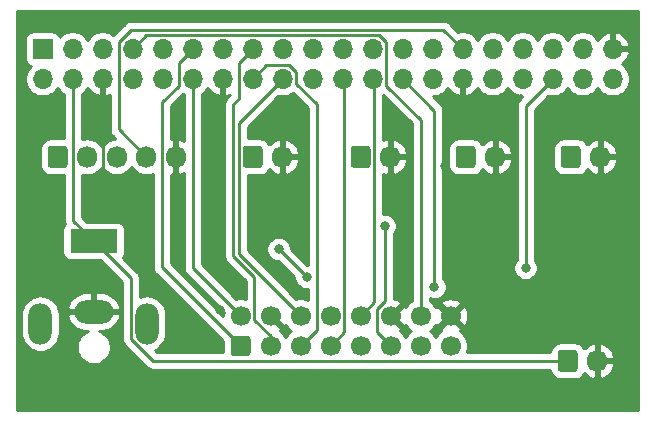
<source format=gbr>
%TF.GenerationSoftware,KiCad,Pcbnew,(5.1.9)-1*%
%TF.CreationDate,2021-05-20T14:11:39+09:00*%
%TF.ProjectId,LED-Matrix-PCB,4c45442d-4d61-4747-9269-782d5043422e,rev?*%
%TF.SameCoordinates,Original*%
%TF.FileFunction,Copper,L2,Bot*%
%TF.FilePolarity,Positive*%
%FSLAX46Y46*%
G04 Gerber Fmt 4.6, Leading zero omitted, Abs format (unit mm)*
G04 Created by KiCad (PCBNEW (5.1.9)-1) date 2021-05-20 14:11:39*
%MOMM*%
%LPD*%
G01*
G04 APERTURE LIST*
%TA.AperFunction,ComponentPad*%
%ADD10O,1.700000X1.700000*%
%TD*%
%TA.AperFunction,ComponentPad*%
%ADD11R,1.700000X1.700000*%
%TD*%
%TA.AperFunction,ComponentPad*%
%ADD12O,1.700000X1.850000*%
%TD*%
%TA.AperFunction,ComponentPad*%
%ADD13C,1.700000*%
%TD*%
%TA.AperFunction,ComponentPad*%
%ADD14O,2.000000X3.500000*%
%TD*%
%TA.AperFunction,ComponentPad*%
%ADD15O,3.300000X2.000000*%
%TD*%
%TA.AperFunction,ComponentPad*%
%ADD16R,4.000000X2.000000*%
%TD*%
%TA.AperFunction,ViaPad*%
%ADD17C,0.800000*%
%TD*%
%TA.AperFunction,Conductor*%
%ADD18C,0.250000*%
%TD*%
%TA.AperFunction,Conductor*%
%ADD19C,0.254000*%
%TD*%
%TA.AperFunction,Conductor*%
%ADD20C,0.100000*%
%TD*%
G04 APERTURE END LIST*
D10*
%TO.P,J1,40*%
%TO.N,GPIO21*%
X155194000Y-76454000D03*
%TO.P,J1,39*%
%TO.N,GND*%
X155194000Y-73914000D03*
%TO.P,J1,38*%
%TO.N,GPIO20*%
X152654000Y-76454000D03*
%TO.P,J1,37*%
%TO.N,GPIO26*%
X152654000Y-73914000D03*
%TO.P,J1,36*%
%TO.N,GPIO16*%
X150114000Y-76454000D03*
%TO.P,J1,35*%
%TO.N,GPIO19*%
X150114000Y-73914000D03*
%TO.P,J1,34*%
%TO.N,GND*%
X147574000Y-76454000D03*
%TO.P,J1,33*%
%TO.N,GPIO13*%
X147574000Y-73914000D03*
%TO.P,J1,32*%
%TO.N,GPIO12*%
X145034000Y-76454000D03*
%TO.P,J1,31*%
%TO.N,GPIO6*%
X145034000Y-73914000D03*
%TO.P,J1,30*%
%TO.N,GND*%
X142494000Y-76454000D03*
%TO.P,J1,29*%
%TO.N,GPIO5*%
X142494000Y-73914000D03*
%TO.P,J1,28*%
%TO.N,GPIO1*%
X139954000Y-76454000D03*
%TO.P,J1,27*%
%TO.N,GPIO0*%
X139954000Y-73914000D03*
%TO.P,J1,26*%
%TO.N,GPIO7*%
X137414000Y-76454000D03*
%TO.P,J1,25*%
%TO.N,GND*%
X137414000Y-73914000D03*
%TO.P,J1,24*%
%TO.N,GPIO8*%
X134874000Y-76454000D03*
%TO.P,J1,23*%
%TO.N,GPIO11*%
X134874000Y-73914000D03*
%TO.P,J1,22*%
%TO.N,GPIO25*%
X132334000Y-76454000D03*
%TO.P,J1,21*%
%TO.N,GPIO9*%
X132334000Y-73914000D03*
%TO.P,J1,20*%
%TO.N,GND*%
X129794000Y-76454000D03*
%TO.P,J1,19*%
%TO.N,GPIO10*%
X129794000Y-73914000D03*
%TO.P,J1,18*%
%TO.N,GPIO24*%
X127254000Y-76454000D03*
%TO.P,J1,17*%
%TO.N,+3V3*%
X127254000Y-73914000D03*
%TO.P,J1,16*%
%TO.N,GPIO23*%
X124714000Y-76454000D03*
%TO.P,J1,15*%
%TO.N,GPIO22*%
X124714000Y-73914000D03*
%TO.P,J1,14*%
%TO.N,GND*%
X122174000Y-76454000D03*
%TO.P,J1,13*%
%TO.N,GPIO27*%
X122174000Y-73914000D03*
%TO.P,J1,12*%
%TO.N,GPIO18*%
X119634000Y-76454000D03*
%TO.P,J1,11*%
%TO.N,GPIO17*%
X119634000Y-73914000D03*
%TO.P,J1,10*%
%TO.N,GPIO15*%
X117094000Y-76454000D03*
%TO.P,J1,9*%
%TO.N,GND*%
X117094000Y-73914000D03*
%TO.P,J1,8*%
%TO.N,GPIO14*%
X114554000Y-76454000D03*
%TO.P,J1,7*%
%TO.N,GPIO4*%
X114554000Y-73914000D03*
%TO.P,J1,6*%
%TO.N,GND*%
X112014000Y-76454000D03*
%TO.P,J1,5*%
%TO.N,GPIO3*%
X112014000Y-73914000D03*
%TO.P,J1,4*%
%TO.N,+5V*%
X109474000Y-76454000D03*
%TO.P,J1,3*%
%TO.N,GPIO2*%
X109474000Y-73914000D03*
%TO.P,J1,2*%
%TO.N,+5V*%
X106934000Y-76454000D03*
D11*
%TO.P,J1,1*%
%TO.N,+3V3*%
X106934000Y-73914000D03*
%TD*%
D12*
%TO.P,Matrix_POWER,2*%
%TO.N,GND*%
X153884000Y-100330000D03*
%TO.P,Matrix_POWER,1*%
%TO.N,+5V*%
%TA.AperFunction,ComponentPad*%
G36*
G01*
X150534000Y-101005000D02*
X150534000Y-99655000D01*
G75*
G02*
X150784000Y-99405000I250000J0D01*
G01*
X151984000Y-99405000D01*
G75*
G02*
X152234000Y-99655000I0J-250000D01*
G01*
X152234000Y-101005000D01*
G75*
G02*
X151984000Y-101255000I-250000J0D01*
G01*
X150784000Y-101255000D01*
G75*
G02*
X150534000Y-101005000I0J250000D01*
G01*
G37*
%TD.AperFunction*%
%TD*%
%TO.P,J8,2*%
%TO.N,GND*%
X154138000Y-83058000D03*
%TO.P,J8,1*%
%TO.N,GPIO12*%
%TA.AperFunction,ComponentPad*%
G36*
G01*
X150788000Y-83733000D02*
X150788000Y-82383000D01*
G75*
G02*
X151038000Y-82133000I250000J0D01*
G01*
X152238000Y-82133000D01*
G75*
G02*
X152488000Y-82383000I0J-250000D01*
G01*
X152488000Y-83733000D01*
G75*
G02*
X152238000Y-83983000I-250000J0D01*
G01*
X151038000Y-83983000D01*
G75*
G02*
X150788000Y-83733000I0J250000D01*
G01*
G37*
%TD.AperFunction*%
%TD*%
%TO.P,J7,1*%
%TO.N,GPIO16*%
%TA.AperFunction,ComponentPad*%
G36*
G01*
X107354000Y-83733000D02*
X107354000Y-82383000D01*
G75*
G02*
X107604000Y-82133000I250000J0D01*
G01*
X108804000Y-82133000D01*
G75*
G02*
X109054000Y-82383000I0J-250000D01*
G01*
X109054000Y-83733000D01*
G75*
G02*
X108804000Y-83983000I-250000J0D01*
G01*
X107604000Y-83983000D01*
G75*
G02*
X107354000Y-83733000I0J250000D01*
G01*
G37*
%TD.AperFunction*%
%TO.P,J7,2*%
%TO.N,GPIO26*%
X110704000Y-83058000D03*
%TO.P,J7,3*%
%TO.N,GPIO27*%
X113204000Y-83058000D03*
%TO.P,J7,4*%
%TO.N,GPIO5*%
X115704000Y-83058000D03*
%TO.P,J7,5*%
%TO.N,GND*%
X118204000Y-83058000D03*
%TD*%
%TO.P,J6,1*%
%TO.N,GPIO11*%
%TA.AperFunction,ComponentPad*%
G36*
G01*
X141898000Y-83733000D02*
X141898000Y-82383000D01*
G75*
G02*
X142148000Y-82133000I250000J0D01*
G01*
X143348000Y-82133000D01*
G75*
G02*
X143598000Y-82383000I0J-250000D01*
G01*
X143598000Y-83733000D01*
G75*
G02*
X143348000Y-83983000I-250000J0D01*
G01*
X142148000Y-83983000D01*
G75*
G02*
X141898000Y-83733000I0J250000D01*
G01*
G37*
%TD.AperFunction*%
%TO.P,J6,2*%
%TO.N,GND*%
X145248000Y-83058000D03*
%TD*%
%TO.P,J5,1*%
%TO.N,GPIO10*%
%TA.AperFunction,ComponentPad*%
G36*
G01*
X133008000Y-83733000D02*
X133008000Y-82383000D01*
G75*
G02*
X133258000Y-82133000I250000J0D01*
G01*
X134458000Y-82133000D01*
G75*
G02*
X134708000Y-82383000I0J-250000D01*
G01*
X134708000Y-83733000D01*
G75*
G02*
X134458000Y-83983000I-250000J0D01*
G01*
X133258000Y-83983000D01*
G75*
G02*
X133008000Y-83733000I0J250000D01*
G01*
G37*
%TD.AperFunction*%
%TO.P,J5,2*%
%TO.N,GND*%
X136358000Y-83058000D03*
%TD*%
%TO.P,LED_Matrix,1*%
%TO.N,GPIO17*%
%TA.AperFunction,ComponentPad*%
G36*
G01*
X124298000Y-99910000D02*
X123098000Y-99910000D01*
G75*
G02*
X122848000Y-99660000I0J250000D01*
G01*
X122848000Y-98460000D01*
G75*
G02*
X123098000Y-98210000I250000J0D01*
G01*
X124298000Y-98210000D01*
G75*
G02*
X124548000Y-98460000I0J-250000D01*
G01*
X124548000Y-99660000D01*
G75*
G02*
X124298000Y-99910000I-250000J0D01*
G01*
G37*
%TD.AperFunction*%
D13*
%TO.P,LED_Matrix,3*%
%TO.N,GPIO22*%
X126238000Y-99060000D03*
%TO.P,LED_Matrix,5*%
%TO.N,GPIO23*%
X128778000Y-99060000D03*
%TO.P,LED_Matrix,7*%
%TO.N,GPIO25*%
X131318000Y-99060000D03*
%TO.P,LED_Matrix,9*%
%TO.N,GPIO7*%
X133858000Y-99060000D03*
%TO.P,LED_Matrix,11*%
%TO.N,GPIO9*%
X136398000Y-99060000D03*
%TO.P,LED_Matrix,13*%
%TO.N,GPIO3*%
X138938000Y-99060000D03*
%TO.P,LED_Matrix,15*%
%TO.N,GPIO2*%
X141478000Y-99060000D03*
%TO.P,LED_Matrix,2*%
%TO.N,GPIO18*%
X123698000Y-96520000D03*
%TO.P,LED_Matrix,4*%
%TO.N,GND*%
X126238000Y-96520000D03*
%TO.P,LED_Matrix,6*%
%TO.N,GPIO24*%
X128778000Y-96520000D03*
%TO.P,LED_Matrix,8*%
%TO.N,GND*%
X131318000Y-96520000D03*
%TO.P,LED_Matrix,10*%
%TO.N,GPIO8*%
X133858000Y-96520000D03*
%TO.P,LED_Matrix,12*%
%TO.N,GND*%
X136398000Y-96520000D03*
%TO.P,LED_Matrix,14*%
%TO.N,GPIO4*%
X138938000Y-96520000D03*
%TO.P,LED_Matrix,16*%
%TO.N,GND*%
X141478000Y-96520000D03*
%TD*%
%TO.P,J3,1*%
%TO.N,GPIO6*%
%TA.AperFunction,ComponentPad*%
G36*
G01*
X123864000Y-83733000D02*
X123864000Y-82383000D01*
G75*
G02*
X124114000Y-82133000I250000J0D01*
G01*
X125314000Y-82133000D01*
G75*
G02*
X125564000Y-82383000I0J-250000D01*
G01*
X125564000Y-83733000D01*
G75*
G02*
X125314000Y-83983000I-250000J0D01*
G01*
X124114000Y-83983000D01*
G75*
G02*
X123864000Y-83733000I0J250000D01*
G01*
G37*
%TD.AperFunction*%
D12*
%TO.P,J3,2*%
%TO.N,GND*%
X127214000Y-83058000D03*
%TD*%
D14*
%TO.P,J2,MP*%
%TO.N,N/C*%
X115752000Y-97170000D03*
X106752000Y-97170000D03*
D15*
%TO.P,J2,2*%
%TO.N,GND*%
X111252000Y-96170000D03*
D16*
%TO.P,J2,1*%
%TO.N,+5V*%
X111252000Y-90170000D03*
%TD*%
D17*
%TO.N,GND*%
X108204000Y-86360000D03*
X111879010Y-81668990D03*
X114059000Y-86119000D03*
X108204000Y-80772000D03*
X140970000Y-83820000D03*
X137922000Y-89662000D03*
X129032000Y-94742000D03*
X121920000Y-96012000D03*
%TO.N,GPIO16*%
X126923800Y-90855800D03*
X129286000Y-93218000D03*
X147828000Y-92456000D03*
%TO.N,GPIO7*%
X140113001Y-94074999D03*
%TO.N,GPIO9*%
X135890000Y-88900000D03*
%TD*%
D18*
%TO.N,GND*%
X112028990Y-81818970D02*
X111879010Y-81668990D01*
X112028990Y-84088990D02*
X112028990Y-81818970D01*
X114059000Y-86119000D02*
X112028990Y-84088990D01*
%TO.N,GPIO5*%
X113378999Y-80732999D02*
X115704000Y-83058000D01*
X113378999Y-73349999D02*
X113378999Y-80732999D01*
X114440008Y-72288990D02*
X113378999Y-73349999D01*
X140868990Y-72288990D02*
X114440008Y-72288990D01*
X142494000Y-73914000D02*
X140868990Y-72288990D01*
%TO.N,GPIO16*%
X126923800Y-90855800D02*
X129286000Y-93218000D01*
X129286000Y-93218000D02*
X129286000Y-93218000D01*
X147828000Y-78740000D02*
X150114000Y-76454000D01*
X147828000Y-92456000D02*
X147828000Y-78740000D01*
%TO.N,GPIO7*%
X140113001Y-79153001D02*
X140113001Y-94074999D01*
X137414000Y-76454000D02*
X140113001Y-79153001D01*
X140113001Y-94074999D02*
X140113001Y-94074999D01*
%TO.N,GPIO25*%
X132493001Y-76613001D02*
X132334000Y-76454000D01*
X132493001Y-97884999D02*
X132493001Y-76613001D01*
X131318000Y-99060000D02*
X132493001Y-97884999D01*
%TO.N,GPIO9*%
X135222999Y-97884999D02*
X136398000Y-99060000D01*
X135222999Y-95955999D02*
X135222999Y-97884999D01*
X135890000Y-95288998D02*
X135222999Y-95955999D01*
X135890000Y-88900000D02*
X135890000Y-95288998D01*
%TO.N,GPIO24*%
X123538990Y-80169010D02*
X127254000Y-76454000D01*
X123538990Y-91280990D02*
X123538990Y-80169010D01*
X128778000Y-96520000D02*
X123538990Y-91280990D01*
%TO.N,GPIO23*%
X125889001Y-75278999D02*
X124714000Y-76454000D01*
X127818001Y-75278999D02*
X125889001Y-75278999D01*
X128429001Y-76867001D02*
X128429001Y-75889999D01*
X130142999Y-78580999D02*
X128429001Y-76867001D01*
X130142999Y-97695001D02*
X130142999Y-78580999D01*
X128429001Y-75889999D02*
X127818001Y-75278999D01*
X128778000Y-99060000D02*
X130142999Y-97695001D01*
%TO.N,GPIO22*%
X123088980Y-91467390D02*
X123088980Y-78587020D01*
X124873001Y-93251411D02*
X123088980Y-91467390D01*
X124873001Y-96894003D02*
X124873001Y-93251411D01*
X126238000Y-98259002D02*
X124873001Y-96894003D01*
X126238000Y-99060000D02*
X126238000Y-98259002D01*
X123538999Y-75089001D02*
X124714000Y-73914000D01*
X123538999Y-78137001D02*
X123538999Y-75089001D01*
X123088980Y-78587020D02*
X123538999Y-78137001D01*
%TO.N,GPIO18*%
X119634000Y-92456000D02*
X119634000Y-76454000D01*
X123698000Y-96520000D02*
X119634000Y-92456000D01*
%TO.N,GPIO17*%
X118458999Y-75089001D02*
X119634000Y-73914000D01*
X118458999Y-77018001D02*
X118458999Y-75089001D01*
X117028990Y-78448010D02*
X118458999Y-77018001D01*
X117028990Y-92390990D02*
X117028990Y-78448010D01*
X123698000Y-99060000D02*
X117028990Y-92390990D01*
%TO.N,GPIO4*%
X115729001Y-72738999D02*
X114554000Y-73914000D01*
X135438001Y-72738999D02*
X115729001Y-72738999D01*
X136049001Y-73349999D02*
X135438001Y-72738999D01*
X136049001Y-77018001D02*
X136049001Y-73349999D01*
X138938000Y-79907000D02*
X136049001Y-77018001D01*
X138938000Y-96520000D02*
X138938000Y-79907000D01*
%TO.N,+5V*%
X116288153Y-100330000D02*
X151384000Y-100330000D01*
X114426990Y-98468837D02*
X116288153Y-100330000D01*
X114426990Y-93344990D02*
X114426990Y-98468837D01*
X111252000Y-90170000D02*
X114426990Y-93344990D01*
X109528990Y-76508990D02*
X109474000Y-76454000D01*
X109528990Y-88446990D02*
X109528990Y-76508990D01*
X111252000Y-90170000D02*
X109528990Y-88446990D01*
%TO.N,GPIO8*%
X135033010Y-76613010D02*
X134874000Y-76454000D01*
X135033010Y-95344990D02*
X135033010Y-76613010D01*
X133858000Y-96520000D02*
X135033010Y-95344990D01*
%TD*%
D19*
%TO.N,GND*%
X157353000Y-104521000D02*
X104775000Y-104521000D01*
X104775000Y-96339679D01*
X105117000Y-96339679D01*
X105117000Y-98000322D01*
X105140657Y-98240516D01*
X105234149Y-98548715D01*
X105385970Y-98832752D01*
X105590287Y-99081714D01*
X105839249Y-99286031D01*
X106123286Y-99437852D01*
X106431485Y-99531343D01*
X106752000Y-99562911D01*
X107072516Y-99531343D01*
X107380715Y-99437852D01*
X107664752Y-99286031D01*
X107913714Y-99081714D01*
X108118031Y-98832752D01*
X108269852Y-98548715D01*
X108363343Y-98240516D01*
X108387000Y-98000322D01*
X108387000Y-96550434D01*
X109011876Y-96550434D01*
X109042856Y-96678355D01*
X109171990Y-96972761D01*
X109356078Y-97236317D01*
X109588046Y-97458895D01*
X109858980Y-97631942D01*
X110158468Y-97748807D01*
X110475000Y-97805000D01*
X110797568Y-97805000D01*
X110572273Y-97898320D01*
X110337241Y-98055363D01*
X110137363Y-98255241D01*
X109980320Y-98490273D01*
X109872147Y-98751426D01*
X109817000Y-99028665D01*
X109817000Y-99311335D01*
X109872147Y-99588574D01*
X109980320Y-99849727D01*
X110137363Y-100084759D01*
X110337241Y-100284637D01*
X110572273Y-100441680D01*
X110833426Y-100549853D01*
X111110665Y-100605000D01*
X111393335Y-100605000D01*
X111670574Y-100549853D01*
X111931727Y-100441680D01*
X112166759Y-100284637D01*
X112366637Y-100084759D01*
X112523680Y-99849727D01*
X112631853Y-99588574D01*
X112687000Y-99311335D01*
X112687000Y-99028665D01*
X112631853Y-98751426D01*
X112523680Y-98490273D01*
X112366637Y-98255241D01*
X112166759Y-98055363D01*
X111931727Y-97898320D01*
X111706432Y-97805000D01*
X112029000Y-97805000D01*
X112345532Y-97748807D01*
X112645020Y-97631942D01*
X112915954Y-97458895D01*
X113147922Y-97236317D01*
X113332010Y-96972761D01*
X113461144Y-96678355D01*
X113492124Y-96550434D01*
X113372777Y-96297000D01*
X111379000Y-96297000D01*
X111379000Y-96317000D01*
X111125000Y-96317000D01*
X111125000Y-96297000D01*
X109131223Y-96297000D01*
X109011876Y-96550434D01*
X108387000Y-96550434D01*
X108387000Y-96339678D01*
X108363343Y-96099484D01*
X108269852Y-95791285D01*
X108268934Y-95789566D01*
X109011876Y-95789566D01*
X109131223Y-96043000D01*
X111125000Y-96043000D01*
X111125000Y-94535000D01*
X111379000Y-94535000D01*
X111379000Y-96043000D01*
X113372777Y-96043000D01*
X113492124Y-95789566D01*
X113461144Y-95661645D01*
X113332010Y-95367239D01*
X113147922Y-95103683D01*
X112915954Y-94881105D01*
X112645020Y-94708058D01*
X112345532Y-94591193D01*
X112029000Y-94535000D01*
X111379000Y-94535000D01*
X111125000Y-94535000D01*
X110475000Y-94535000D01*
X110158468Y-94591193D01*
X109858980Y-94708058D01*
X109588046Y-94881105D01*
X109356078Y-95103683D01*
X109171990Y-95367239D01*
X109042856Y-95661645D01*
X109011876Y-95789566D01*
X108268934Y-95789566D01*
X108118031Y-95507248D01*
X107913714Y-95258286D01*
X107664751Y-95053969D01*
X107380714Y-94902148D01*
X107072515Y-94808657D01*
X106752000Y-94777089D01*
X106431484Y-94808657D01*
X106123285Y-94902148D01*
X105839248Y-95053969D01*
X105590286Y-95258286D01*
X105385969Y-95507249D01*
X105234148Y-95791286D01*
X105140657Y-96099485D01*
X105117000Y-96339679D01*
X104775000Y-96339679D01*
X104775000Y-73064000D01*
X105445928Y-73064000D01*
X105445928Y-74764000D01*
X105458188Y-74888482D01*
X105494498Y-75008180D01*
X105553463Y-75118494D01*
X105632815Y-75215185D01*
X105729506Y-75294537D01*
X105839820Y-75353502D01*
X105912380Y-75375513D01*
X105780525Y-75507368D01*
X105618010Y-75750589D01*
X105506068Y-76020842D01*
X105449000Y-76307740D01*
X105449000Y-76600260D01*
X105506068Y-76887158D01*
X105618010Y-77157411D01*
X105780525Y-77400632D01*
X105987368Y-77607475D01*
X106230589Y-77769990D01*
X106500842Y-77881932D01*
X106787740Y-77939000D01*
X107080260Y-77939000D01*
X107367158Y-77881932D01*
X107637411Y-77769990D01*
X107880632Y-77607475D01*
X108087475Y-77400632D01*
X108204000Y-77226240D01*
X108320525Y-77400632D01*
X108527368Y-77607475D01*
X108768991Y-77768922D01*
X108768991Y-81494928D01*
X107604000Y-81494928D01*
X107430746Y-81511992D01*
X107264150Y-81562528D01*
X107110614Y-81644595D01*
X106976038Y-81755038D01*
X106865595Y-81889614D01*
X106783528Y-82043150D01*
X106732992Y-82209746D01*
X106715928Y-82383000D01*
X106715928Y-83733000D01*
X106732992Y-83906254D01*
X106783528Y-84072850D01*
X106865595Y-84226386D01*
X106976038Y-84360962D01*
X107110614Y-84471405D01*
X107264150Y-84553472D01*
X107430746Y-84604008D01*
X107604000Y-84621072D01*
X108768990Y-84621072D01*
X108768990Y-88409668D01*
X108765314Y-88446990D01*
X108768990Y-88484312D01*
X108768990Y-88484322D01*
X108779987Y-88595975D01*
X108813974Y-88708016D01*
X108800815Y-88718815D01*
X108721463Y-88815506D01*
X108662498Y-88925820D01*
X108626188Y-89045518D01*
X108613928Y-89170000D01*
X108613928Y-91170000D01*
X108626188Y-91294482D01*
X108662498Y-91414180D01*
X108721463Y-91524494D01*
X108800815Y-91621185D01*
X108897506Y-91700537D01*
X109007820Y-91759502D01*
X109127518Y-91795812D01*
X109252000Y-91808072D01*
X111815271Y-91808072D01*
X113666990Y-93659792D01*
X113666991Y-98431505D01*
X113663314Y-98468837D01*
X113666991Y-98506170D01*
X113668351Y-98519973D01*
X113677988Y-98617822D01*
X113721444Y-98761083D01*
X113792016Y-98893113D01*
X113850642Y-98964548D01*
X113886990Y-99008838D01*
X113915988Y-99032636D01*
X115724354Y-100841003D01*
X115748152Y-100870001D01*
X115777150Y-100893799D01*
X115863876Y-100964974D01*
X115938759Y-101005000D01*
X115995906Y-101035546D01*
X116139167Y-101079003D01*
X116250820Y-101090000D01*
X116250830Y-101090000D01*
X116288153Y-101093676D01*
X116325476Y-101090000D01*
X149904300Y-101090000D01*
X149912992Y-101178254D01*
X149963528Y-101344850D01*
X150045595Y-101498386D01*
X150156038Y-101632962D01*
X150290614Y-101743405D01*
X150444150Y-101825472D01*
X150610746Y-101876008D01*
X150784000Y-101893072D01*
X151984000Y-101893072D01*
X152157254Y-101876008D01*
X152323850Y-101825472D01*
X152477386Y-101743405D01*
X152611962Y-101632962D01*
X152722405Y-101498386D01*
X152780954Y-101388850D01*
X152830460Y-101449695D01*
X153054513Y-101635157D01*
X153310443Y-101773345D01*
X153527110Y-101846476D01*
X153757000Y-101725155D01*
X153757000Y-100457000D01*
X154011000Y-100457000D01*
X154011000Y-101725155D01*
X154240890Y-101846476D01*
X154457557Y-101773345D01*
X154713487Y-101635157D01*
X154937540Y-101449695D01*
X155121106Y-101224086D01*
X155257131Y-100967000D01*
X155340387Y-100688317D01*
X155208027Y-100457000D01*
X154011000Y-100457000D01*
X153757000Y-100457000D01*
X153737000Y-100457000D01*
X153737000Y-100203000D01*
X153757000Y-100203000D01*
X153757000Y-98934845D01*
X154011000Y-98934845D01*
X154011000Y-100203000D01*
X155208027Y-100203000D01*
X155340387Y-99971683D01*
X155257131Y-99693000D01*
X155121106Y-99435914D01*
X154937540Y-99210305D01*
X154713487Y-99024843D01*
X154457557Y-98886655D01*
X154240890Y-98813524D01*
X154011000Y-98934845D01*
X153757000Y-98934845D01*
X153527110Y-98813524D01*
X153310443Y-98886655D01*
X153054513Y-99024843D01*
X152830460Y-99210305D01*
X152780954Y-99271150D01*
X152722405Y-99161614D01*
X152611962Y-99027038D01*
X152477386Y-98916595D01*
X152323850Y-98834528D01*
X152157254Y-98783992D01*
X151984000Y-98766928D01*
X150784000Y-98766928D01*
X150610746Y-98783992D01*
X150444150Y-98834528D01*
X150290614Y-98916595D01*
X150156038Y-99027038D01*
X150045595Y-99161614D01*
X149963528Y-99315150D01*
X149912992Y-99481746D01*
X149904300Y-99570000D01*
X142874103Y-99570000D01*
X142905932Y-99493158D01*
X142963000Y-99206260D01*
X142963000Y-98913740D01*
X142905932Y-98626842D01*
X142793990Y-98356589D01*
X142631475Y-98113368D01*
X142424632Y-97906525D01*
X142251271Y-97790689D01*
X142326792Y-97548397D01*
X141478000Y-96699605D01*
X140629208Y-97548397D01*
X140704729Y-97790689D01*
X140531368Y-97906525D01*
X140324525Y-98113368D01*
X140208000Y-98287760D01*
X140091475Y-98113368D01*
X139884632Y-97906525D01*
X139710240Y-97790000D01*
X139884632Y-97673475D01*
X140091475Y-97466632D01*
X140207311Y-97293271D01*
X140449603Y-97368792D01*
X141298395Y-96520000D01*
X141657605Y-96520000D01*
X142506397Y-97368792D01*
X142755472Y-97291157D01*
X142881371Y-97027117D01*
X142953339Y-96743589D01*
X142968611Y-96451469D01*
X142926599Y-96161981D01*
X142828919Y-95886253D01*
X142755472Y-95748843D01*
X142506397Y-95671208D01*
X141657605Y-96520000D01*
X141298395Y-96520000D01*
X140449603Y-95671208D01*
X140207311Y-95746729D01*
X140091475Y-95573368D01*
X140009710Y-95491603D01*
X140629208Y-95491603D01*
X141478000Y-96340395D01*
X142326792Y-95491603D01*
X142249157Y-95242528D01*
X141985117Y-95116629D01*
X141701589Y-95044661D01*
X141409469Y-95029389D01*
X141119981Y-95071401D01*
X140844253Y-95169081D01*
X140706843Y-95242528D01*
X140629208Y-95491603D01*
X140009710Y-95491603D01*
X139884632Y-95366525D01*
X139698000Y-95241822D01*
X139698000Y-95023376D01*
X139811103Y-95070225D01*
X140011062Y-95109999D01*
X140214940Y-95109999D01*
X140414899Y-95070225D01*
X140603257Y-94992204D01*
X140772775Y-94878936D01*
X140916938Y-94734773D01*
X141030206Y-94565255D01*
X141108227Y-94376897D01*
X141148001Y-94176938D01*
X141148001Y-93973060D01*
X141108227Y-93773101D01*
X141030206Y-93584743D01*
X140916938Y-93415225D01*
X140873001Y-93371288D01*
X140873001Y-82383000D01*
X141259928Y-82383000D01*
X141259928Y-83733000D01*
X141276992Y-83906254D01*
X141327528Y-84072850D01*
X141409595Y-84226386D01*
X141520038Y-84360962D01*
X141654614Y-84471405D01*
X141808150Y-84553472D01*
X141974746Y-84604008D01*
X142148000Y-84621072D01*
X143348000Y-84621072D01*
X143521254Y-84604008D01*
X143687850Y-84553472D01*
X143841386Y-84471405D01*
X143975962Y-84360962D01*
X144086405Y-84226386D01*
X144144954Y-84116850D01*
X144194460Y-84177695D01*
X144418513Y-84363157D01*
X144674443Y-84501345D01*
X144891110Y-84574476D01*
X145121000Y-84453155D01*
X145121000Y-83185000D01*
X145375000Y-83185000D01*
X145375000Y-84453155D01*
X145604890Y-84574476D01*
X145821557Y-84501345D01*
X146077487Y-84363157D01*
X146301540Y-84177695D01*
X146485106Y-83952086D01*
X146621131Y-83695000D01*
X146704387Y-83416317D01*
X146572027Y-83185000D01*
X145375000Y-83185000D01*
X145121000Y-83185000D01*
X145101000Y-83185000D01*
X145101000Y-82931000D01*
X145121000Y-82931000D01*
X145121000Y-81662845D01*
X145375000Y-81662845D01*
X145375000Y-82931000D01*
X146572027Y-82931000D01*
X146704387Y-82699683D01*
X146621131Y-82421000D01*
X146485106Y-82163914D01*
X146301540Y-81938305D01*
X146077487Y-81752843D01*
X145821557Y-81614655D01*
X145604890Y-81541524D01*
X145375000Y-81662845D01*
X145121000Y-81662845D01*
X144891110Y-81541524D01*
X144674443Y-81614655D01*
X144418513Y-81752843D01*
X144194460Y-81938305D01*
X144144954Y-81999150D01*
X144086405Y-81889614D01*
X143975962Y-81755038D01*
X143841386Y-81644595D01*
X143687850Y-81562528D01*
X143521254Y-81511992D01*
X143348000Y-81494928D01*
X142148000Y-81494928D01*
X141974746Y-81511992D01*
X141808150Y-81562528D01*
X141654614Y-81644595D01*
X141520038Y-81755038D01*
X141409595Y-81889614D01*
X141327528Y-82043150D01*
X141276992Y-82209746D01*
X141259928Y-82383000D01*
X140873001Y-82383000D01*
X140873001Y-79190324D01*
X140876677Y-79153001D01*
X140873001Y-79115678D01*
X140873001Y-79115668D01*
X140862004Y-79004015D01*
X140818547Y-78860754D01*
X140747975Y-78728725D01*
X140653002Y-78613000D01*
X140624005Y-78589203D01*
X139973802Y-77939000D01*
X140100260Y-77939000D01*
X140387158Y-77881932D01*
X140657411Y-77769990D01*
X140900632Y-77607475D01*
X141107475Y-77400632D01*
X141229195Y-77218466D01*
X141298822Y-77335355D01*
X141493731Y-77551588D01*
X141727080Y-77725641D01*
X141989901Y-77850825D01*
X142137110Y-77895476D01*
X142367000Y-77774155D01*
X142367000Y-76581000D01*
X142347000Y-76581000D01*
X142347000Y-76327000D01*
X142367000Y-76327000D01*
X142367000Y-76307000D01*
X142621000Y-76307000D01*
X142621000Y-76327000D01*
X142641000Y-76327000D01*
X142641000Y-76581000D01*
X142621000Y-76581000D01*
X142621000Y-77774155D01*
X142850890Y-77895476D01*
X142998099Y-77850825D01*
X143260920Y-77725641D01*
X143494269Y-77551588D01*
X143689178Y-77335355D01*
X143758805Y-77218466D01*
X143880525Y-77400632D01*
X144087368Y-77607475D01*
X144330589Y-77769990D01*
X144600842Y-77881932D01*
X144887740Y-77939000D01*
X145180260Y-77939000D01*
X145467158Y-77881932D01*
X145737411Y-77769990D01*
X145980632Y-77607475D01*
X146187475Y-77400632D01*
X146309195Y-77218466D01*
X146378822Y-77335355D01*
X146573731Y-77551588D01*
X146807080Y-77725641D01*
X147069901Y-77850825D01*
X147217110Y-77895476D01*
X147446998Y-77774156D01*
X147446998Y-77939000D01*
X147554199Y-77939000D01*
X147316998Y-78176201D01*
X147288000Y-78199999D01*
X147264202Y-78228997D01*
X147264201Y-78228998D01*
X147193026Y-78315724D01*
X147122454Y-78447754D01*
X147101138Y-78518027D01*
X147078998Y-78591014D01*
X147073385Y-78648003D01*
X147064324Y-78740000D01*
X147068001Y-78777332D01*
X147068000Y-91752289D01*
X147024063Y-91796226D01*
X146910795Y-91965744D01*
X146832774Y-92154102D01*
X146793000Y-92354061D01*
X146793000Y-92557939D01*
X146832774Y-92757898D01*
X146910795Y-92946256D01*
X147024063Y-93115774D01*
X147168226Y-93259937D01*
X147337744Y-93373205D01*
X147526102Y-93451226D01*
X147726061Y-93491000D01*
X147929939Y-93491000D01*
X148129898Y-93451226D01*
X148318256Y-93373205D01*
X148487774Y-93259937D01*
X148631937Y-93115774D01*
X148745205Y-92946256D01*
X148823226Y-92757898D01*
X148863000Y-92557939D01*
X148863000Y-92354061D01*
X148823226Y-92154102D01*
X148745205Y-91965744D01*
X148631937Y-91796226D01*
X148588000Y-91752289D01*
X148588000Y-82383000D01*
X150149928Y-82383000D01*
X150149928Y-83733000D01*
X150166992Y-83906254D01*
X150217528Y-84072850D01*
X150299595Y-84226386D01*
X150410038Y-84360962D01*
X150544614Y-84471405D01*
X150698150Y-84553472D01*
X150864746Y-84604008D01*
X151038000Y-84621072D01*
X152238000Y-84621072D01*
X152411254Y-84604008D01*
X152577850Y-84553472D01*
X152731386Y-84471405D01*
X152865962Y-84360962D01*
X152976405Y-84226386D01*
X153034954Y-84116850D01*
X153084460Y-84177695D01*
X153308513Y-84363157D01*
X153564443Y-84501345D01*
X153781110Y-84574476D01*
X154011000Y-84453155D01*
X154011000Y-83185000D01*
X154265000Y-83185000D01*
X154265000Y-84453155D01*
X154494890Y-84574476D01*
X154711557Y-84501345D01*
X154967487Y-84363157D01*
X155191540Y-84177695D01*
X155375106Y-83952086D01*
X155511131Y-83695000D01*
X155594387Y-83416317D01*
X155462027Y-83185000D01*
X154265000Y-83185000D01*
X154011000Y-83185000D01*
X153991000Y-83185000D01*
X153991000Y-82931000D01*
X154011000Y-82931000D01*
X154011000Y-81662845D01*
X154265000Y-81662845D01*
X154265000Y-82931000D01*
X155462027Y-82931000D01*
X155594387Y-82699683D01*
X155511131Y-82421000D01*
X155375106Y-82163914D01*
X155191540Y-81938305D01*
X154967487Y-81752843D01*
X154711557Y-81614655D01*
X154494890Y-81541524D01*
X154265000Y-81662845D01*
X154011000Y-81662845D01*
X153781110Y-81541524D01*
X153564443Y-81614655D01*
X153308513Y-81752843D01*
X153084460Y-81938305D01*
X153034954Y-81999150D01*
X152976405Y-81889614D01*
X152865962Y-81755038D01*
X152731386Y-81644595D01*
X152577850Y-81562528D01*
X152411254Y-81511992D01*
X152238000Y-81494928D01*
X151038000Y-81494928D01*
X150864746Y-81511992D01*
X150698150Y-81562528D01*
X150544614Y-81644595D01*
X150410038Y-81755038D01*
X150299595Y-81889614D01*
X150217528Y-82043150D01*
X150166992Y-82209746D01*
X150149928Y-82383000D01*
X148588000Y-82383000D01*
X148588000Y-79054801D01*
X149747592Y-77895210D01*
X149967740Y-77939000D01*
X150260260Y-77939000D01*
X150547158Y-77881932D01*
X150817411Y-77769990D01*
X151060632Y-77607475D01*
X151267475Y-77400632D01*
X151384000Y-77226240D01*
X151500525Y-77400632D01*
X151707368Y-77607475D01*
X151950589Y-77769990D01*
X152220842Y-77881932D01*
X152507740Y-77939000D01*
X152800260Y-77939000D01*
X153087158Y-77881932D01*
X153357411Y-77769990D01*
X153600632Y-77607475D01*
X153807475Y-77400632D01*
X153924000Y-77226240D01*
X154040525Y-77400632D01*
X154247368Y-77607475D01*
X154490589Y-77769990D01*
X154760842Y-77881932D01*
X155047740Y-77939000D01*
X155340260Y-77939000D01*
X155627158Y-77881932D01*
X155897411Y-77769990D01*
X156140632Y-77607475D01*
X156347475Y-77400632D01*
X156509990Y-77157411D01*
X156621932Y-76887158D01*
X156679000Y-76600260D01*
X156679000Y-76307740D01*
X156621932Y-76020842D01*
X156509990Y-75750589D01*
X156347475Y-75507368D01*
X156140632Y-75300525D01*
X155964594Y-75182900D01*
X156194269Y-75011588D01*
X156389178Y-74795355D01*
X156538157Y-74545252D01*
X156635481Y-74270891D01*
X156514814Y-74041000D01*
X155321000Y-74041000D01*
X155321000Y-74061000D01*
X155067000Y-74061000D01*
X155067000Y-74041000D01*
X155047000Y-74041000D01*
X155047000Y-73787000D01*
X155067000Y-73787000D01*
X155067000Y-72593845D01*
X155321000Y-72593845D01*
X155321000Y-73787000D01*
X156514814Y-73787000D01*
X156635481Y-73557109D01*
X156538157Y-73282748D01*
X156389178Y-73032645D01*
X156194269Y-72816412D01*
X155960920Y-72642359D01*
X155698099Y-72517175D01*
X155550890Y-72472524D01*
X155321000Y-72593845D01*
X155067000Y-72593845D01*
X154837110Y-72472524D01*
X154689901Y-72517175D01*
X154427080Y-72642359D01*
X154193731Y-72816412D01*
X153998822Y-73032645D01*
X153929195Y-73149534D01*
X153807475Y-72967368D01*
X153600632Y-72760525D01*
X153357411Y-72598010D01*
X153087158Y-72486068D01*
X152800260Y-72429000D01*
X152507740Y-72429000D01*
X152220842Y-72486068D01*
X151950589Y-72598010D01*
X151707368Y-72760525D01*
X151500525Y-72967368D01*
X151384000Y-73141760D01*
X151267475Y-72967368D01*
X151060632Y-72760525D01*
X150817411Y-72598010D01*
X150547158Y-72486068D01*
X150260260Y-72429000D01*
X149967740Y-72429000D01*
X149680842Y-72486068D01*
X149410589Y-72598010D01*
X149167368Y-72760525D01*
X148960525Y-72967368D01*
X148844000Y-73141760D01*
X148727475Y-72967368D01*
X148520632Y-72760525D01*
X148277411Y-72598010D01*
X148007158Y-72486068D01*
X147720260Y-72429000D01*
X147427740Y-72429000D01*
X147140842Y-72486068D01*
X146870589Y-72598010D01*
X146627368Y-72760525D01*
X146420525Y-72967368D01*
X146304000Y-73141760D01*
X146187475Y-72967368D01*
X145980632Y-72760525D01*
X145737411Y-72598010D01*
X145467158Y-72486068D01*
X145180260Y-72429000D01*
X144887740Y-72429000D01*
X144600842Y-72486068D01*
X144330589Y-72598010D01*
X144087368Y-72760525D01*
X143880525Y-72967368D01*
X143764000Y-73141760D01*
X143647475Y-72967368D01*
X143440632Y-72760525D01*
X143197411Y-72598010D01*
X142927158Y-72486068D01*
X142640260Y-72429000D01*
X142347740Y-72429000D01*
X142127592Y-72472791D01*
X141432794Y-71777993D01*
X141408991Y-71748989D01*
X141293266Y-71654016D01*
X141161237Y-71583444D01*
X141017976Y-71539987D01*
X140906323Y-71528990D01*
X140906312Y-71528990D01*
X140868990Y-71525314D01*
X140831668Y-71528990D01*
X114477330Y-71528990D01*
X114440007Y-71525314D01*
X114402684Y-71528990D01*
X114402675Y-71528990D01*
X114291022Y-71539987D01*
X114147761Y-71583444D01*
X114015732Y-71654016D01*
X113900007Y-71748989D01*
X113876209Y-71777987D01*
X112920492Y-72733705D01*
X112717411Y-72598010D01*
X112447158Y-72486068D01*
X112160260Y-72429000D01*
X111867740Y-72429000D01*
X111580842Y-72486068D01*
X111310589Y-72598010D01*
X111067368Y-72760525D01*
X110860525Y-72967368D01*
X110744000Y-73141760D01*
X110627475Y-72967368D01*
X110420632Y-72760525D01*
X110177411Y-72598010D01*
X109907158Y-72486068D01*
X109620260Y-72429000D01*
X109327740Y-72429000D01*
X109040842Y-72486068D01*
X108770589Y-72598010D01*
X108527368Y-72760525D01*
X108395513Y-72892380D01*
X108373502Y-72819820D01*
X108314537Y-72709506D01*
X108235185Y-72612815D01*
X108138494Y-72533463D01*
X108028180Y-72474498D01*
X107908482Y-72438188D01*
X107784000Y-72425928D01*
X106084000Y-72425928D01*
X105959518Y-72438188D01*
X105839820Y-72474498D01*
X105729506Y-72533463D01*
X105632815Y-72612815D01*
X105553463Y-72709506D01*
X105494498Y-72819820D01*
X105458188Y-72939518D01*
X105445928Y-73064000D01*
X104775000Y-73064000D01*
X104775000Y-70739000D01*
X157353000Y-70739000D01*
X157353000Y-104521000D01*
%TA.AperFunction,Conductor*%
D20*
G36*
X157353000Y-104521000D02*
G01*
X104775000Y-104521000D01*
X104775000Y-96339679D01*
X105117000Y-96339679D01*
X105117000Y-98000322D01*
X105140657Y-98240516D01*
X105234149Y-98548715D01*
X105385970Y-98832752D01*
X105590287Y-99081714D01*
X105839249Y-99286031D01*
X106123286Y-99437852D01*
X106431485Y-99531343D01*
X106752000Y-99562911D01*
X107072516Y-99531343D01*
X107380715Y-99437852D01*
X107664752Y-99286031D01*
X107913714Y-99081714D01*
X108118031Y-98832752D01*
X108269852Y-98548715D01*
X108363343Y-98240516D01*
X108387000Y-98000322D01*
X108387000Y-96550434D01*
X109011876Y-96550434D01*
X109042856Y-96678355D01*
X109171990Y-96972761D01*
X109356078Y-97236317D01*
X109588046Y-97458895D01*
X109858980Y-97631942D01*
X110158468Y-97748807D01*
X110475000Y-97805000D01*
X110797568Y-97805000D01*
X110572273Y-97898320D01*
X110337241Y-98055363D01*
X110137363Y-98255241D01*
X109980320Y-98490273D01*
X109872147Y-98751426D01*
X109817000Y-99028665D01*
X109817000Y-99311335D01*
X109872147Y-99588574D01*
X109980320Y-99849727D01*
X110137363Y-100084759D01*
X110337241Y-100284637D01*
X110572273Y-100441680D01*
X110833426Y-100549853D01*
X111110665Y-100605000D01*
X111393335Y-100605000D01*
X111670574Y-100549853D01*
X111931727Y-100441680D01*
X112166759Y-100284637D01*
X112366637Y-100084759D01*
X112523680Y-99849727D01*
X112631853Y-99588574D01*
X112687000Y-99311335D01*
X112687000Y-99028665D01*
X112631853Y-98751426D01*
X112523680Y-98490273D01*
X112366637Y-98255241D01*
X112166759Y-98055363D01*
X111931727Y-97898320D01*
X111706432Y-97805000D01*
X112029000Y-97805000D01*
X112345532Y-97748807D01*
X112645020Y-97631942D01*
X112915954Y-97458895D01*
X113147922Y-97236317D01*
X113332010Y-96972761D01*
X113461144Y-96678355D01*
X113492124Y-96550434D01*
X113372777Y-96297000D01*
X111379000Y-96297000D01*
X111379000Y-96317000D01*
X111125000Y-96317000D01*
X111125000Y-96297000D01*
X109131223Y-96297000D01*
X109011876Y-96550434D01*
X108387000Y-96550434D01*
X108387000Y-96339678D01*
X108363343Y-96099484D01*
X108269852Y-95791285D01*
X108268934Y-95789566D01*
X109011876Y-95789566D01*
X109131223Y-96043000D01*
X111125000Y-96043000D01*
X111125000Y-94535000D01*
X111379000Y-94535000D01*
X111379000Y-96043000D01*
X113372777Y-96043000D01*
X113492124Y-95789566D01*
X113461144Y-95661645D01*
X113332010Y-95367239D01*
X113147922Y-95103683D01*
X112915954Y-94881105D01*
X112645020Y-94708058D01*
X112345532Y-94591193D01*
X112029000Y-94535000D01*
X111379000Y-94535000D01*
X111125000Y-94535000D01*
X110475000Y-94535000D01*
X110158468Y-94591193D01*
X109858980Y-94708058D01*
X109588046Y-94881105D01*
X109356078Y-95103683D01*
X109171990Y-95367239D01*
X109042856Y-95661645D01*
X109011876Y-95789566D01*
X108268934Y-95789566D01*
X108118031Y-95507248D01*
X107913714Y-95258286D01*
X107664751Y-95053969D01*
X107380714Y-94902148D01*
X107072515Y-94808657D01*
X106752000Y-94777089D01*
X106431484Y-94808657D01*
X106123285Y-94902148D01*
X105839248Y-95053969D01*
X105590286Y-95258286D01*
X105385969Y-95507249D01*
X105234148Y-95791286D01*
X105140657Y-96099485D01*
X105117000Y-96339679D01*
X104775000Y-96339679D01*
X104775000Y-73064000D01*
X105445928Y-73064000D01*
X105445928Y-74764000D01*
X105458188Y-74888482D01*
X105494498Y-75008180D01*
X105553463Y-75118494D01*
X105632815Y-75215185D01*
X105729506Y-75294537D01*
X105839820Y-75353502D01*
X105912380Y-75375513D01*
X105780525Y-75507368D01*
X105618010Y-75750589D01*
X105506068Y-76020842D01*
X105449000Y-76307740D01*
X105449000Y-76600260D01*
X105506068Y-76887158D01*
X105618010Y-77157411D01*
X105780525Y-77400632D01*
X105987368Y-77607475D01*
X106230589Y-77769990D01*
X106500842Y-77881932D01*
X106787740Y-77939000D01*
X107080260Y-77939000D01*
X107367158Y-77881932D01*
X107637411Y-77769990D01*
X107880632Y-77607475D01*
X108087475Y-77400632D01*
X108204000Y-77226240D01*
X108320525Y-77400632D01*
X108527368Y-77607475D01*
X108768991Y-77768922D01*
X108768991Y-81494928D01*
X107604000Y-81494928D01*
X107430746Y-81511992D01*
X107264150Y-81562528D01*
X107110614Y-81644595D01*
X106976038Y-81755038D01*
X106865595Y-81889614D01*
X106783528Y-82043150D01*
X106732992Y-82209746D01*
X106715928Y-82383000D01*
X106715928Y-83733000D01*
X106732992Y-83906254D01*
X106783528Y-84072850D01*
X106865595Y-84226386D01*
X106976038Y-84360962D01*
X107110614Y-84471405D01*
X107264150Y-84553472D01*
X107430746Y-84604008D01*
X107604000Y-84621072D01*
X108768990Y-84621072D01*
X108768990Y-88409668D01*
X108765314Y-88446990D01*
X108768990Y-88484312D01*
X108768990Y-88484322D01*
X108779987Y-88595975D01*
X108813974Y-88708016D01*
X108800815Y-88718815D01*
X108721463Y-88815506D01*
X108662498Y-88925820D01*
X108626188Y-89045518D01*
X108613928Y-89170000D01*
X108613928Y-91170000D01*
X108626188Y-91294482D01*
X108662498Y-91414180D01*
X108721463Y-91524494D01*
X108800815Y-91621185D01*
X108897506Y-91700537D01*
X109007820Y-91759502D01*
X109127518Y-91795812D01*
X109252000Y-91808072D01*
X111815271Y-91808072D01*
X113666990Y-93659792D01*
X113666991Y-98431505D01*
X113663314Y-98468837D01*
X113666991Y-98506170D01*
X113668351Y-98519973D01*
X113677988Y-98617822D01*
X113721444Y-98761083D01*
X113792016Y-98893113D01*
X113850642Y-98964548D01*
X113886990Y-99008838D01*
X113915988Y-99032636D01*
X115724354Y-100841003D01*
X115748152Y-100870001D01*
X115777150Y-100893799D01*
X115863876Y-100964974D01*
X115938759Y-101005000D01*
X115995906Y-101035546D01*
X116139167Y-101079003D01*
X116250820Y-101090000D01*
X116250830Y-101090000D01*
X116288153Y-101093676D01*
X116325476Y-101090000D01*
X149904300Y-101090000D01*
X149912992Y-101178254D01*
X149963528Y-101344850D01*
X150045595Y-101498386D01*
X150156038Y-101632962D01*
X150290614Y-101743405D01*
X150444150Y-101825472D01*
X150610746Y-101876008D01*
X150784000Y-101893072D01*
X151984000Y-101893072D01*
X152157254Y-101876008D01*
X152323850Y-101825472D01*
X152477386Y-101743405D01*
X152611962Y-101632962D01*
X152722405Y-101498386D01*
X152780954Y-101388850D01*
X152830460Y-101449695D01*
X153054513Y-101635157D01*
X153310443Y-101773345D01*
X153527110Y-101846476D01*
X153757000Y-101725155D01*
X153757000Y-100457000D01*
X154011000Y-100457000D01*
X154011000Y-101725155D01*
X154240890Y-101846476D01*
X154457557Y-101773345D01*
X154713487Y-101635157D01*
X154937540Y-101449695D01*
X155121106Y-101224086D01*
X155257131Y-100967000D01*
X155340387Y-100688317D01*
X155208027Y-100457000D01*
X154011000Y-100457000D01*
X153757000Y-100457000D01*
X153737000Y-100457000D01*
X153737000Y-100203000D01*
X153757000Y-100203000D01*
X153757000Y-98934845D01*
X154011000Y-98934845D01*
X154011000Y-100203000D01*
X155208027Y-100203000D01*
X155340387Y-99971683D01*
X155257131Y-99693000D01*
X155121106Y-99435914D01*
X154937540Y-99210305D01*
X154713487Y-99024843D01*
X154457557Y-98886655D01*
X154240890Y-98813524D01*
X154011000Y-98934845D01*
X153757000Y-98934845D01*
X153527110Y-98813524D01*
X153310443Y-98886655D01*
X153054513Y-99024843D01*
X152830460Y-99210305D01*
X152780954Y-99271150D01*
X152722405Y-99161614D01*
X152611962Y-99027038D01*
X152477386Y-98916595D01*
X152323850Y-98834528D01*
X152157254Y-98783992D01*
X151984000Y-98766928D01*
X150784000Y-98766928D01*
X150610746Y-98783992D01*
X150444150Y-98834528D01*
X150290614Y-98916595D01*
X150156038Y-99027038D01*
X150045595Y-99161614D01*
X149963528Y-99315150D01*
X149912992Y-99481746D01*
X149904300Y-99570000D01*
X142874103Y-99570000D01*
X142905932Y-99493158D01*
X142963000Y-99206260D01*
X142963000Y-98913740D01*
X142905932Y-98626842D01*
X142793990Y-98356589D01*
X142631475Y-98113368D01*
X142424632Y-97906525D01*
X142251271Y-97790689D01*
X142326792Y-97548397D01*
X141478000Y-96699605D01*
X140629208Y-97548397D01*
X140704729Y-97790689D01*
X140531368Y-97906525D01*
X140324525Y-98113368D01*
X140208000Y-98287760D01*
X140091475Y-98113368D01*
X139884632Y-97906525D01*
X139710240Y-97790000D01*
X139884632Y-97673475D01*
X140091475Y-97466632D01*
X140207311Y-97293271D01*
X140449603Y-97368792D01*
X141298395Y-96520000D01*
X141657605Y-96520000D01*
X142506397Y-97368792D01*
X142755472Y-97291157D01*
X142881371Y-97027117D01*
X142953339Y-96743589D01*
X142968611Y-96451469D01*
X142926599Y-96161981D01*
X142828919Y-95886253D01*
X142755472Y-95748843D01*
X142506397Y-95671208D01*
X141657605Y-96520000D01*
X141298395Y-96520000D01*
X140449603Y-95671208D01*
X140207311Y-95746729D01*
X140091475Y-95573368D01*
X140009710Y-95491603D01*
X140629208Y-95491603D01*
X141478000Y-96340395D01*
X142326792Y-95491603D01*
X142249157Y-95242528D01*
X141985117Y-95116629D01*
X141701589Y-95044661D01*
X141409469Y-95029389D01*
X141119981Y-95071401D01*
X140844253Y-95169081D01*
X140706843Y-95242528D01*
X140629208Y-95491603D01*
X140009710Y-95491603D01*
X139884632Y-95366525D01*
X139698000Y-95241822D01*
X139698000Y-95023376D01*
X139811103Y-95070225D01*
X140011062Y-95109999D01*
X140214940Y-95109999D01*
X140414899Y-95070225D01*
X140603257Y-94992204D01*
X140772775Y-94878936D01*
X140916938Y-94734773D01*
X141030206Y-94565255D01*
X141108227Y-94376897D01*
X141148001Y-94176938D01*
X141148001Y-93973060D01*
X141108227Y-93773101D01*
X141030206Y-93584743D01*
X140916938Y-93415225D01*
X140873001Y-93371288D01*
X140873001Y-82383000D01*
X141259928Y-82383000D01*
X141259928Y-83733000D01*
X141276992Y-83906254D01*
X141327528Y-84072850D01*
X141409595Y-84226386D01*
X141520038Y-84360962D01*
X141654614Y-84471405D01*
X141808150Y-84553472D01*
X141974746Y-84604008D01*
X142148000Y-84621072D01*
X143348000Y-84621072D01*
X143521254Y-84604008D01*
X143687850Y-84553472D01*
X143841386Y-84471405D01*
X143975962Y-84360962D01*
X144086405Y-84226386D01*
X144144954Y-84116850D01*
X144194460Y-84177695D01*
X144418513Y-84363157D01*
X144674443Y-84501345D01*
X144891110Y-84574476D01*
X145121000Y-84453155D01*
X145121000Y-83185000D01*
X145375000Y-83185000D01*
X145375000Y-84453155D01*
X145604890Y-84574476D01*
X145821557Y-84501345D01*
X146077487Y-84363157D01*
X146301540Y-84177695D01*
X146485106Y-83952086D01*
X146621131Y-83695000D01*
X146704387Y-83416317D01*
X146572027Y-83185000D01*
X145375000Y-83185000D01*
X145121000Y-83185000D01*
X145101000Y-83185000D01*
X145101000Y-82931000D01*
X145121000Y-82931000D01*
X145121000Y-81662845D01*
X145375000Y-81662845D01*
X145375000Y-82931000D01*
X146572027Y-82931000D01*
X146704387Y-82699683D01*
X146621131Y-82421000D01*
X146485106Y-82163914D01*
X146301540Y-81938305D01*
X146077487Y-81752843D01*
X145821557Y-81614655D01*
X145604890Y-81541524D01*
X145375000Y-81662845D01*
X145121000Y-81662845D01*
X144891110Y-81541524D01*
X144674443Y-81614655D01*
X144418513Y-81752843D01*
X144194460Y-81938305D01*
X144144954Y-81999150D01*
X144086405Y-81889614D01*
X143975962Y-81755038D01*
X143841386Y-81644595D01*
X143687850Y-81562528D01*
X143521254Y-81511992D01*
X143348000Y-81494928D01*
X142148000Y-81494928D01*
X141974746Y-81511992D01*
X141808150Y-81562528D01*
X141654614Y-81644595D01*
X141520038Y-81755038D01*
X141409595Y-81889614D01*
X141327528Y-82043150D01*
X141276992Y-82209746D01*
X141259928Y-82383000D01*
X140873001Y-82383000D01*
X140873001Y-79190324D01*
X140876677Y-79153001D01*
X140873001Y-79115678D01*
X140873001Y-79115668D01*
X140862004Y-79004015D01*
X140818547Y-78860754D01*
X140747975Y-78728725D01*
X140653002Y-78613000D01*
X140624005Y-78589203D01*
X139973802Y-77939000D01*
X140100260Y-77939000D01*
X140387158Y-77881932D01*
X140657411Y-77769990D01*
X140900632Y-77607475D01*
X141107475Y-77400632D01*
X141229195Y-77218466D01*
X141298822Y-77335355D01*
X141493731Y-77551588D01*
X141727080Y-77725641D01*
X141989901Y-77850825D01*
X142137110Y-77895476D01*
X142367000Y-77774155D01*
X142367000Y-76581000D01*
X142347000Y-76581000D01*
X142347000Y-76327000D01*
X142367000Y-76327000D01*
X142367000Y-76307000D01*
X142621000Y-76307000D01*
X142621000Y-76327000D01*
X142641000Y-76327000D01*
X142641000Y-76581000D01*
X142621000Y-76581000D01*
X142621000Y-77774155D01*
X142850890Y-77895476D01*
X142998099Y-77850825D01*
X143260920Y-77725641D01*
X143494269Y-77551588D01*
X143689178Y-77335355D01*
X143758805Y-77218466D01*
X143880525Y-77400632D01*
X144087368Y-77607475D01*
X144330589Y-77769990D01*
X144600842Y-77881932D01*
X144887740Y-77939000D01*
X145180260Y-77939000D01*
X145467158Y-77881932D01*
X145737411Y-77769990D01*
X145980632Y-77607475D01*
X146187475Y-77400632D01*
X146309195Y-77218466D01*
X146378822Y-77335355D01*
X146573731Y-77551588D01*
X146807080Y-77725641D01*
X147069901Y-77850825D01*
X147217110Y-77895476D01*
X147446998Y-77774156D01*
X147446998Y-77939000D01*
X147554199Y-77939000D01*
X147316998Y-78176201D01*
X147288000Y-78199999D01*
X147264202Y-78228997D01*
X147264201Y-78228998D01*
X147193026Y-78315724D01*
X147122454Y-78447754D01*
X147101138Y-78518027D01*
X147078998Y-78591014D01*
X147073385Y-78648003D01*
X147064324Y-78740000D01*
X147068001Y-78777332D01*
X147068000Y-91752289D01*
X147024063Y-91796226D01*
X146910795Y-91965744D01*
X146832774Y-92154102D01*
X146793000Y-92354061D01*
X146793000Y-92557939D01*
X146832774Y-92757898D01*
X146910795Y-92946256D01*
X147024063Y-93115774D01*
X147168226Y-93259937D01*
X147337744Y-93373205D01*
X147526102Y-93451226D01*
X147726061Y-93491000D01*
X147929939Y-93491000D01*
X148129898Y-93451226D01*
X148318256Y-93373205D01*
X148487774Y-93259937D01*
X148631937Y-93115774D01*
X148745205Y-92946256D01*
X148823226Y-92757898D01*
X148863000Y-92557939D01*
X148863000Y-92354061D01*
X148823226Y-92154102D01*
X148745205Y-91965744D01*
X148631937Y-91796226D01*
X148588000Y-91752289D01*
X148588000Y-82383000D01*
X150149928Y-82383000D01*
X150149928Y-83733000D01*
X150166992Y-83906254D01*
X150217528Y-84072850D01*
X150299595Y-84226386D01*
X150410038Y-84360962D01*
X150544614Y-84471405D01*
X150698150Y-84553472D01*
X150864746Y-84604008D01*
X151038000Y-84621072D01*
X152238000Y-84621072D01*
X152411254Y-84604008D01*
X152577850Y-84553472D01*
X152731386Y-84471405D01*
X152865962Y-84360962D01*
X152976405Y-84226386D01*
X153034954Y-84116850D01*
X153084460Y-84177695D01*
X153308513Y-84363157D01*
X153564443Y-84501345D01*
X153781110Y-84574476D01*
X154011000Y-84453155D01*
X154011000Y-83185000D01*
X154265000Y-83185000D01*
X154265000Y-84453155D01*
X154494890Y-84574476D01*
X154711557Y-84501345D01*
X154967487Y-84363157D01*
X155191540Y-84177695D01*
X155375106Y-83952086D01*
X155511131Y-83695000D01*
X155594387Y-83416317D01*
X155462027Y-83185000D01*
X154265000Y-83185000D01*
X154011000Y-83185000D01*
X153991000Y-83185000D01*
X153991000Y-82931000D01*
X154011000Y-82931000D01*
X154011000Y-81662845D01*
X154265000Y-81662845D01*
X154265000Y-82931000D01*
X155462027Y-82931000D01*
X155594387Y-82699683D01*
X155511131Y-82421000D01*
X155375106Y-82163914D01*
X155191540Y-81938305D01*
X154967487Y-81752843D01*
X154711557Y-81614655D01*
X154494890Y-81541524D01*
X154265000Y-81662845D01*
X154011000Y-81662845D01*
X153781110Y-81541524D01*
X153564443Y-81614655D01*
X153308513Y-81752843D01*
X153084460Y-81938305D01*
X153034954Y-81999150D01*
X152976405Y-81889614D01*
X152865962Y-81755038D01*
X152731386Y-81644595D01*
X152577850Y-81562528D01*
X152411254Y-81511992D01*
X152238000Y-81494928D01*
X151038000Y-81494928D01*
X150864746Y-81511992D01*
X150698150Y-81562528D01*
X150544614Y-81644595D01*
X150410038Y-81755038D01*
X150299595Y-81889614D01*
X150217528Y-82043150D01*
X150166992Y-82209746D01*
X150149928Y-82383000D01*
X148588000Y-82383000D01*
X148588000Y-79054801D01*
X149747592Y-77895210D01*
X149967740Y-77939000D01*
X150260260Y-77939000D01*
X150547158Y-77881932D01*
X150817411Y-77769990D01*
X151060632Y-77607475D01*
X151267475Y-77400632D01*
X151384000Y-77226240D01*
X151500525Y-77400632D01*
X151707368Y-77607475D01*
X151950589Y-77769990D01*
X152220842Y-77881932D01*
X152507740Y-77939000D01*
X152800260Y-77939000D01*
X153087158Y-77881932D01*
X153357411Y-77769990D01*
X153600632Y-77607475D01*
X153807475Y-77400632D01*
X153924000Y-77226240D01*
X154040525Y-77400632D01*
X154247368Y-77607475D01*
X154490589Y-77769990D01*
X154760842Y-77881932D01*
X155047740Y-77939000D01*
X155340260Y-77939000D01*
X155627158Y-77881932D01*
X155897411Y-77769990D01*
X156140632Y-77607475D01*
X156347475Y-77400632D01*
X156509990Y-77157411D01*
X156621932Y-76887158D01*
X156679000Y-76600260D01*
X156679000Y-76307740D01*
X156621932Y-76020842D01*
X156509990Y-75750589D01*
X156347475Y-75507368D01*
X156140632Y-75300525D01*
X155964594Y-75182900D01*
X156194269Y-75011588D01*
X156389178Y-74795355D01*
X156538157Y-74545252D01*
X156635481Y-74270891D01*
X156514814Y-74041000D01*
X155321000Y-74041000D01*
X155321000Y-74061000D01*
X155067000Y-74061000D01*
X155067000Y-74041000D01*
X155047000Y-74041000D01*
X155047000Y-73787000D01*
X155067000Y-73787000D01*
X155067000Y-72593845D01*
X155321000Y-72593845D01*
X155321000Y-73787000D01*
X156514814Y-73787000D01*
X156635481Y-73557109D01*
X156538157Y-73282748D01*
X156389178Y-73032645D01*
X156194269Y-72816412D01*
X155960920Y-72642359D01*
X155698099Y-72517175D01*
X155550890Y-72472524D01*
X155321000Y-72593845D01*
X155067000Y-72593845D01*
X154837110Y-72472524D01*
X154689901Y-72517175D01*
X154427080Y-72642359D01*
X154193731Y-72816412D01*
X153998822Y-73032645D01*
X153929195Y-73149534D01*
X153807475Y-72967368D01*
X153600632Y-72760525D01*
X153357411Y-72598010D01*
X153087158Y-72486068D01*
X152800260Y-72429000D01*
X152507740Y-72429000D01*
X152220842Y-72486068D01*
X151950589Y-72598010D01*
X151707368Y-72760525D01*
X151500525Y-72967368D01*
X151384000Y-73141760D01*
X151267475Y-72967368D01*
X151060632Y-72760525D01*
X150817411Y-72598010D01*
X150547158Y-72486068D01*
X150260260Y-72429000D01*
X149967740Y-72429000D01*
X149680842Y-72486068D01*
X149410589Y-72598010D01*
X149167368Y-72760525D01*
X148960525Y-72967368D01*
X148844000Y-73141760D01*
X148727475Y-72967368D01*
X148520632Y-72760525D01*
X148277411Y-72598010D01*
X148007158Y-72486068D01*
X147720260Y-72429000D01*
X147427740Y-72429000D01*
X147140842Y-72486068D01*
X146870589Y-72598010D01*
X146627368Y-72760525D01*
X146420525Y-72967368D01*
X146304000Y-73141760D01*
X146187475Y-72967368D01*
X145980632Y-72760525D01*
X145737411Y-72598010D01*
X145467158Y-72486068D01*
X145180260Y-72429000D01*
X144887740Y-72429000D01*
X144600842Y-72486068D01*
X144330589Y-72598010D01*
X144087368Y-72760525D01*
X143880525Y-72967368D01*
X143764000Y-73141760D01*
X143647475Y-72967368D01*
X143440632Y-72760525D01*
X143197411Y-72598010D01*
X142927158Y-72486068D01*
X142640260Y-72429000D01*
X142347740Y-72429000D01*
X142127592Y-72472791D01*
X141432794Y-71777993D01*
X141408991Y-71748989D01*
X141293266Y-71654016D01*
X141161237Y-71583444D01*
X141017976Y-71539987D01*
X140906323Y-71528990D01*
X140906312Y-71528990D01*
X140868990Y-71525314D01*
X140831668Y-71528990D01*
X114477330Y-71528990D01*
X114440007Y-71525314D01*
X114402684Y-71528990D01*
X114402675Y-71528990D01*
X114291022Y-71539987D01*
X114147761Y-71583444D01*
X114015732Y-71654016D01*
X113900007Y-71748989D01*
X113876209Y-71777987D01*
X112920492Y-72733705D01*
X112717411Y-72598010D01*
X112447158Y-72486068D01*
X112160260Y-72429000D01*
X111867740Y-72429000D01*
X111580842Y-72486068D01*
X111310589Y-72598010D01*
X111067368Y-72760525D01*
X110860525Y-72967368D01*
X110744000Y-73141760D01*
X110627475Y-72967368D01*
X110420632Y-72760525D01*
X110177411Y-72598010D01*
X109907158Y-72486068D01*
X109620260Y-72429000D01*
X109327740Y-72429000D01*
X109040842Y-72486068D01*
X108770589Y-72598010D01*
X108527368Y-72760525D01*
X108395513Y-72892380D01*
X108373502Y-72819820D01*
X108314537Y-72709506D01*
X108235185Y-72612815D01*
X108138494Y-72533463D01*
X108028180Y-72474498D01*
X107908482Y-72438188D01*
X107784000Y-72425928D01*
X106084000Y-72425928D01*
X105959518Y-72438188D01*
X105839820Y-72474498D01*
X105729506Y-72533463D01*
X105632815Y-72612815D01*
X105553463Y-72709506D01*
X105494498Y-72819820D01*
X105458188Y-72939518D01*
X105445928Y-73064000D01*
X104775000Y-73064000D01*
X104775000Y-70739000D01*
X157353000Y-70739000D01*
X157353000Y-104521000D01*
G37*
%TD.AperFunction*%
D19*
X114463294Y-83962014D02*
X114648866Y-84188134D01*
X114874987Y-84373706D01*
X115132967Y-84511599D01*
X115412890Y-84596513D01*
X115704000Y-84625185D01*
X115995111Y-84596513D01*
X116268991Y-84513432D01*
X116268990Y-92353668D01*
X116265314Y-92390990D01*
X116268990Y-92428312D01*
X116268990Y-92428322D01*
X116279987Y-92539975D01*
X116310160Y-92639444D01*
X116323444Y-92683236D01*
X116394016Y-92815266D01*
X116433861Y-92863816D01*
X116488989Y-92930991D01*
X116517993Y-92954794D01*
X122209928Y-98646731D01*
X122209928Y-99570000D01*
X116602955Y-99570000D01*
X116439425Y-99406471D01*
X116664752Y-99286031D01*
X116913714Y-99081714D01*
X117118031Y-98832752D01*
X117269852Y-98548715D01*
X117363343Y-98240516D01*
X117387000Y-98000322D01*
X117387000Y-96339678D01*
X117363343Y-96099484D01*
X117269852Y-95791285D01*
X117118031Y-95507248D01*
X116913714Y-95258286D01*
X116664751Y-95053969D01*
X116380714Y-94902148D01*
X116072515Y-94808657D01*
X115752000Y-94777089D01*
X115431484Y-94808657D01*
X115186990Y-94882823D01*
X115186990Y-93382313D01*
X115190666Y-93344990D01*
X115186990Y-93307667D01*
X115186990Y-93307657D01*
X115175993Y-93196004D01*
X115132536Y-93052743D01*
X115118222Y-93025964D01*
X115061964Y-92920713D01*
X114990789Y-92833987D01*
X114966991Y-92804989D01*
X114937994Y-92781192D01*
X113736902Y-91580100D01*
X113782537Y-91524494D01*
X113841502Y-91414180D01*
X113877812Y-91294482D01*
X113890072Y-91170000D01*
X113890072Y-89170000D01*
X113877812Y-89045518D01*
X113841502Y-88925820D01*
X113782537Y-88815506D01*
X113703185Y-88718815D01*
X113606494Y-88639463D01*
X113496180Y-88580498D01*
X113376482Y-88544188D01*
X113252000Y-88531928D01*
X110688729Y-88531928D01*
X110288990Y-88132189D01*
X110288990Y-84558928D01*
X110412890Y-84596513D01*
X110704000Y-84625185D01*
X110995111Y-84596513D01*
X111275034Y-84511599D01*
X111533014Y-84373706D01*
X111759134Y-84188134D01*
X111944706Y-83962013D01*
X111954000Y-83944626D01*
X111963294Y-83962014D01*
X112148866Y-84188134D01*
X112374987Y-84373706D01*
X112632967Y-84511599D01*
X112912890Y-84596513D01*
X113204000Y-84625185D01*
X113495111Y-84596513D01*
X113775034Y-84511599D01*
X114033014Y-84373706D01*
X114259134Y-84188134D01*
X114444706Y-83962013D01*
X114454000Y-83944626D01*
X114463294Y-83962014D01*
%TA.AperFunction,Conductor*%
D20*
G36*
X114463294Y-83962014D02*
G01*
X114648866Y-84188134D01*
X114874987Y-84373706D01*
X115132967Y-84511599D01*
X115412890Y-84596513D01*
X115704000Y-84625185D01*
X115995111Y-84596513D01*
X116268991Y-84513432D01*
X116268990Y-92353668D01*
X116265314Y-92390990D01*
X116268990Y-92428312D01*
X116268990Y-92428322D01*
X116279987Y-92539975D01*
X116310160Y-92639444D01*
X116323444Y-92683236D01*
X116394016Y-92815266D01*
X116433861Y-92863816D01*
X116488989Y-92930991D01*
X116517993Y-92954794D01*
X122209928Y-98646731D01*
X122209928Y-99570000D01*
X116602955Y-99570000D01*
X116439425Y-99406471D01*
X116664752Y-99286031D01*
X116913714Y-99081714D01*
X117118031Y-98832752D01*
X117269852Y-98548715D01*
X117363343Y-98240516D01*
X117387000Y-98000322D01*
X117387000Y-96339678D01*
X117363343Y-96099484D01*
X117269852Y-95791285D01*
X117118031Y-95507248D01*
X116913714Y-95258286D01*
X116664751Y-95053969D01*
X116380714Y-94902148D01*
X116072515Y-94808657D01*
X115752000Y-94777089D01*
X115431484Y-94808657D01*
X115186990Y-94882823D01*
X115186990Y-93382313D01*
X115190666Y-93344990D01*
X115186990Y-93307667D01*
X115186990Y-93307657D01*
X115175993Y-93196004D01*
X115132536Y-93052743D01*
X115118222Y-93025964D01*
X115061964Y-92920713D01*
X114990789Y-92833987D01*
X114966991Y-92804989D01*
X114937994Y-92781192D01*
X113736902Y-91580100D01*
X113782537Y-91524494D01*
X113841502Y-91414180D01*
X113877812Y-91294482D01*
X113890072Y-91170000D01*
X113890072Y-89170000D01*
X113877812Y-89045518D01*
X113841502Y-88925820D01*
X113782537Y-88815506D01*
X113703185Y-88718815D01*
X113606494Y-88639463D01*
X113496180Y-88580498D01*
X113376482Y-88544188D01*
X113252000Y-88531928D01*
X110688729Y-88531928D01*
X110288990Y-88132189D01*
X110288990Y-84558928D01*
X110412890Y-84596513D01*
X110704000Y-84625185D01*
X110995111Y-84596513D01*
X111275034Y-84511599D01*
X111533014Y-84373706D01*
X111759134Y-84188134D01*
X111944706Y-83962013D01*
X111954000Y-83944626D01*
X111963294Y-83962014D01*
X112148866Y-84188134D01*
X112374987Y-84373706D01*
X112632967Y-84511599D01*
X112912890Y-84596513D01*
X113204000Y-84625185D01*
X113495111Y-84596513D01*
X113775034Y-84511599D01*
X114033014Y-84373706D01*
X114259134Y-84188134D01*
X114444706Y-83962013D01*
X114454000Y-83944626D01*
X114463294Y-83962014D01*
G37*
%TD.AperFunction*%
D19*
X126431748Y-96505858D02*
X126417605Y-96520000D01*
X127266397Y-97368792D01*
X127508689Y-97293271D01*
X127624525Y-97466632D01*
X127831368Y-97673475D01*
X128005760Y-97790000D01*
X127831368Y-97906525D01*
X127624525Y-98113368D01*
X127508000Y-98287760D01*
X127391475Y-98113368D01*
X127184632Y-97906525D01*
X127011271Y-97790689D01*
X127086792Y-97548397D01*
X126238000Y-96699605D01*
X126223858Y-96713748D01*
X126044253Y-96534143D01*
X126058395Y-96520000D01*
X126044253Y-96505858D01*
X126223858Y-96326253D01*
X126238000Y-96340395D01*
X126252143Y-96326253D01*
X126431748Y-96505858D01*
%TA.AperFunction,Conductor*%
D20*
G36*
X126431748Y-96505858D02*
G01*
X126417605Y-96520000D01*
X127266397Y-97368792D01*
X127508689Y-97293271D01*
X127624525Y-97466632D01*
X127831368Y-97673475D01*
X128005760Y-97790000D01*
X127831368Y-97906525D01*
X127624525Y-98113368D01*
X127508000Y-98287760D01*
X127391475Y-98113368D01*
X127184632Y-97906525D01*
X127011271Y-97790689D01*
X127086792Y-97548397D01*
X126238000Y-96699605D01*
X126223858Y-96713748D01*
X126044253Y-96534143D01*
X126058395Y-96520000D01*
X126044253Y-96505858D01*
X126223858Y-96326253D01*
X126238000Y-96340395D01*
X126252143Y-96326253D01*
X126431748Y-96505858D01*
G37*
%TD.AperFunction*%
D19*
X138178001Y-80221803D02*
X138178000Y-95241821D01*
X137991368Y-95366525D01*
X137784525Y-95573368D01*
X137668689Y-95746729D01*
X137426397Y-95671208D01*
X136577605Y-96520000D01*
X137426397Y-97368792D01*
X137668689Y-97293271D01*
X137784525Y-97466632D01*
X137991368Y-97673475D01*
X138165760Y-97790000D01*
X137991368Y-97906525D01*
X137784525Y-98113368D01*
X137668000Y-98287760D01*
X137551475Y-98113368D01*
X137344632Y-97906525D01*
X137171271Y-97790689D01*
X137246792Y-97548397D01*
X136398000Y-96699605D01*
X136383858Y-96713748D01*
X136204253Y-96534143D01*
X136218395Y-96520000D01*
X136204253Y-96505858D01*
X136383858Y-96326253D01*
X136398000Y-96340395D01*
X137246792Y-95491603D01*
X137169157Y-95242528D01*
X136905117Y-95116629D01*
X136650000Y-95051873D01*
X136650000Y-89603711D01*
X136693937Y-89559774D01*
X136807205Y-89390256D01*
X136885226Y-89201898D01*
X136925000Y-89001939D01*
X136925000Y-88798061D01*
X136885226Y-88598102D01*
X136807205Y-88409744D01*
X136693937Y-88240226D01*
X136549774Y-88096063D01*
X136380256Y-87982795D01*
X136191898Y-87904774D01*
X135991939Y-87865000D01*
X135793010Y-87865000D01*
X135793010Y-84504237D01*
X136001110Y-84574476D01*
X136231000Y-84453155D01*
X136231000Y-83185000D01*
X136485000Y-83185000D01*
X136485000Y-84453155D01*
X136714890Y-84574476D01*
X136931557Y-84501345D01*
X137187487Y-84363157D01*
X137411540Y-84177695D01*
X137595106Y-83952086D01*
X137731131Y-83695000D01*
X137814387Y-83416317D01*
X137682027Y-83185000D01*
X136485000Y-83185000D01*
X136231000Y-83185000D01*
X136211000Y-83185000D01*
X136211000Y-82931000D01*
X136231000Y-82931000D01*
X136231000Y-81662845D01*
X136485000Y-81662845D01*
X136485000Y-82931000D01*
X137682027Y-82931000D01*
X137814387Y-82699683D01*
X137731131Y-82421000D01*
X137595106Y-82163914D01*
X137411540Y-81938305D01*
X137187487Y-81752843D01*
X136931557Y-81614655D01*
X136714890Y-81541524D01*
X136485000Y-81662845D01*
X136231000Y-81662845D01*
X136001110Y-81541524D01*
X135793010Y-81611763D01*
X135793010Y-77836811D01*
X138178001Y-80221803D01*
%TA.AperFunction,Conductor*%
D20*
G36*
X138178001Y-80221803D02*
G01*
X138178000Y-95241821D01*
X137991368Y-95366525D01*
X137784525Y-95573368D01*
X137668689Y-95746729D01*
X137426397Y-95671208D01*
X136577605Y-96520000D01*
X137426397Y-97368792D01*
X137668689Y-97293271D01*
X137784525Y-97466632D01*
X137991368Y-97673475D01*
X138165760Y-97790000D01*
X137991368Y-97906525D01*
X137784525Y-98113368D01*
X137668000Y-98287760D01*
X137551475Y-98113368D01*
X137344632Y-97906525D01*
X137171271Y-97790689D01*
X137246792Y-97548397D01*
X136398000Y-96699605D01*
X136383858Y-96713748D01*
X136204253Y-96534143D01*
X136218395Y-96520000D01*
X136204253Y-96505858D01*
X136383858Y-96326253D01*
X136398000Y-96340395D01*
X137246792Y-95491603D01*
X137169157Y-95242528D01*
X136905117Y-95116629D01*
X136650000Y-95051873D01*
X136650000Y-89603711D01*
X136693937Y-89559774D01*
X136807205Y-89390256D01*
X136885226Y-89201898D01*
X136925000Y-89001939D01*
X136925000Y-88798061D01*
X136885226Y-88598102D01*
X136807205Y-88409744D01*
X136693937Y-88240226D01*
X136549774Y-88096063D01*
X136380256Y-87982795D01*
X136191898Y-87904774D01*
X135991939Y-87865000D01*
X135793010Y-87865000D01*
X135793010Y-84504237D01*
X136001110Y-84574476D01*
X136231000Y-84453155D01*
X136231000Y-83185000D01*
X136485000Y-83185000D01*
X136485000Y-84453155D01*
X136714890Y-84574476D01*
X136931557Y-84501345D01*
X137187487Y-84363157D01*
X137411540Y-84177695D01*
X137595106Y-83952086D01*
X137731131Y-83695000D01*
X137814387Y-83416317D01*
X137682027Y-83185000D01*
X136485000Y-83185000D01*
X136231000Y-83185000D01*
X136211000Y-83185000D01*
X136211000Y-82931000D01*
X136231000Y-82931000D01*
X136231000Y-81662845D01*
X136485000Y-81662845D01*
X136485000Y-82931000D01*
X137682027Y-82931000D01*
X137814387Y-82699683D01*
X137731131Y-82421000D01*
X137595106Y-82163914D01*
X137411540Y-81938305D01*
X137187487Y-81752843D01*
X136931557Y-81614655D01*
X136714890Y-81541524D01*
X136485000Y-81662845D01*
X136231000Y-81662845D01*
X136001110Y-81541524D01*
X135793010Y-81611763D01*
X135793010Y-77836811D01*
X138178001Y-80221803D01*
G37*
%TD.AperFunction*%
D19*
X131511748Y-96505858D02*
X131497605Y-96520000D01*
X131511748Y-96534143D01*
X131332143Y-96713748D01*
X131318000Y-96699605D01*
X131303858Y-96713748D01*
X131124253Y-96534143D01*
X131138395Y-96520000D01*
X131124253Y-96505858D01*
X131303858Y-96326253D01*
X131318000Y-96340395D01*
X131332143Y-96326253D01*
X131511748Y-96505858D01*
%TA.AperFunction,Conductor*%
D20*
G36*
X131511748Y-96505858D02*
G01*
X131497605Y-96520000D01*
X131511748Y-96534143D01*
X131332143Y-96713748D01*
X131318000Y-96699605D01*
X131303858Y-96713748D01*
X131124253Y-96534143D01*
X131138395Y-96520000D01*
X131124253Y-96505858D01*
X131303858Y-96326253D01*
X131318000Y-96340395D01*
X131332143Y-96326253D01*
X131511748Y-96505858D01*
G37*
%TD.AperFunction*%
D19*
X118874001Y-77732179D02*
X118874001Y-81666729D01*
X118777557Y-81614655D01*
X118560890Y-81541524D01*
X118331000Y-81662845D01*
X118331000Y-82931000D01*
X118351000Y-82931000D01*
X118351000Y-83185000D01*
X118331000Y-83185000D01*
X118331000Y-84453155D01*
X118560890Y-84574476D01*
X118777557Y-84501345D01*
X118874001Y-84449271D01*
X118874000Y-92418678D01*
X118870324Y-92456000D01*
X118874000Y-92493322D01*
X118874000Y-92493332D01*
X118884997Y-92604985D01*
X118917280Y-92711410D01*
X118928454Y-92748246D01*
X118999026Y-92880276D01*
X119028428Y-92916102D01*
X119093999Y-92996001D01*
X119123003Y-93019804D01*
X122256790Y-96153592D01*
X122213000Y-96373740D01*
X122213000Y-96500198D01*
X117788990Y-92076189D01*
X117788990Y-84554859D01*
X117847110Y-84574476D01*
X118077000Y-84453155D01*
X118077000Y-83185000D01*
X118057000Y-83185000D01*
X118057000Y-82931000D01*
X118077000Y-82931000D01*
X118077000Y-81662845D01*
X117847110Y-81541524D01*
X117788990Y-81561141D01*
X117788990Y-78762811D01*
X118841404Y-77710398D01*
X118874001Y-77732179D01*
%TA.AperFunction,Conductor*%
D20*
G36*
X118874001Y-77732179D02*
G01*
X118874001Y-81666729D01*
X118777557Y-81614655D01*
X118560890Y-81541524D01*
X118331000Y-81662845D01*
X118331000Y-82931000D01*
X118351000Y-82931000D01*
X118351000Y-83185000D01*
X118331000Y-83185000D01*
X118331000Y-84453155D01*
X118560890Y-84574476D01*
X118777557Y-84501345D01*
X118874001Y-84449271D01*
X118874000Y-92418678D01*
X118870324Y-92456000D01*
X118874000Y-92493322D01*
X118874000Y-92493332D01*
X118884997Y-92604985D01*
X118917280Y-92711410D01*
X118928454Y-92748246D01*
X118999026Y-92880276D01*
X119028428Y-92916102D01*
X119093999Y-92996001D01*
X119123003Y-93019804D01*
X122256790Y-96153592D01*
X122213000Y-96373740D01*
X122213000Y-96500198D01*
X117788990Y-92076189D01*
X117788990Y-84554859D01*
X117847110Y-84574476D01*
X118077000Y-84453155D01*
X118077000Y-83185000D01*
X118057000Y-83185000D01*
X118057000Y-82931000D01*
X118077000Y-82931000D01*
X118077000Y-81662845D01*
X117847110Y-81541524D01*
X117788990Y-81561141D01*
X117788990Y-78762811D01*
X118841404Y-77710398D01*
X118874001Y-77732179D01*
G37*
%TD.AperFunction*%
D19*
X129383000Y-78895802D02*
X129382999Y-92183000D01*
X129325802Y-92183000D01*
X127958800Y-90815999D01*
X127958800Y-90753861D01*
X127919026Y-90553902D01*
X127841005Y-90365544D01*
X127727737Y-90196026D01*
X127583574Y-90051863D01*
X127414056Y-89938595D01*
X127225698Y-89860574D01*
X127025739Y-89820800D01*
X126821861Y-89820800D01*
X126621902Y-89860574D01*
X126433544Y-89938595D01*
X126264026Y-90051863D01*
X126119863Y-90196026D01*
X126006595Y-90365544D01*
X125928574Y-90553902D01*
X125888800Y-90753861D01*
X125888800Y-90957739D01*
X125928574Y-91157698D01*
X126006595Y-91346056D01*
X126119863Y-91515574D01*
X126264026Y-91659737D01*
X126433544Y-91773005D01*
X126621902Y-91851026D01*
X126821861Y-91890800D01*
X126883999Y-91890800D01*
X128251000Y-93257802D01*
X128251000Y-93319939D01*
X128290774Y-93519898D01*
X128368795Y-93708256D01*
X128482063Y-93877774D01*
X128626226Y-94021937D01*
X128795744Y-94135205D01*
X128984102Y-94213226D01*
X129184061Y-94253000D01*
X129382999Y-94253000D01*
X129382999Y-95163247D01*
X129211158Y-95092068D01*
X128924260Y-95035000D01*
X128631740Y-95035000D01*
X128411592Y-95078790D01*
X124298990Y-90966189D01*
X124298990Y-84621072D01*
X125314000Y-84621072D01*
X125487254Y-84604008D01*
X125653850Y-84553472D01*
X125807386Y-84471405D01*
X125941962Y-84360962D01*
X126052405Y-84226386D01*
X126110954Y-84116850D01*
X126160460Y-84177695D01*
X126384513Y-84363157D01*
X126640443Y-84501345D01*
X126857110Y-84574476D01*
X127087000Y-84453155D01*
X127087000Y-83185000D01*
X127341000Y-83185000D01*
X127341000Y-84453155D01*
X127570890Y-84574476D01*
X127787557Y-84501345D01*
X128043487Y-84363157D01*
X128267540Y-84177695D01*
X128451106Y-83952086D01*
X128587131Y-83695000D01*
X128670387Y-83416317D01*
X128538027Y-83185000D01*
X127341000Y-83185000D01*
X127087000Y-83185000D01*
X127067000Y-83185000D01*
X127067000Y-82931000D01*
X127087000Y-82931000D01*
X127087000Y-81662845D01*
X127341000Y-81662845D01*
X127341000Y-82931000D01*
X128538027Y-82931000D01*
X128670387Y-82699683D01*
X128587131Y-82421000D01*
X128451106Y-82163914D01*
X128267540Y-81938305D01*
X128043487Y-81752843D01*
X127787557Y-81614655D01*
X127570890Y-81541524D01*
X127341000Y-81662845D01*
X127087000Y-81662845D01*
X126857110Y-81541524D01*
X126640443Y-81614655D01*
X126384513Y-81752843D01*
X126160460Y-81938305D01*
X126110954Y-81999150D01*
X126052405Y-81889614D01*
X125941962Y-81755038D01*
X125807386Y-81644595D01*
X125653850Y-81562528D01*
X125487254Y-81511992D01*
X125314000Y-81494928D01*
X124298990Y-81494928D01*
X124298990Y-80483811D01*
X126887592Y-77895210D01*
X127107740Y-77939000D01*
X127400260Y-77939000D01*
X127687158Y-77881932D01*
X127957411Y-77769990D01*
X128137115Y-77649916D01*
X129383000Y-78895802D01*
%TA.AperFunction,Conductor*%
D20*
G36*
X129383000Y-78895802D02*
G01*
X129382999Y-92183000D01*
X129325802Y-92183000D01*
X127958800Y-90815999D01*
X127958800Y-90753861D01*
X127919026Y-90553902D01*
X127841005Y-90365544D01*
X127727737Y-90196026D01*
X127583574Y-90051863D01*
X127414056Y-89938595D01*
X127225698Y-89860574D01*
X127025739Y-89820800D01*
X126821861Y-89820800D01*
X126621902Y-89860574D01*
X126433544Y-89938595D01*
X126264026Y-90051863D01*
X126119863Y-90196026D01*
X126006595Y-90365544D01*
X125928574Y-90553902D01*
X125888800Y-90753861D01*
X125888800Y-90957739D01*
X125928574Y-91157698D01*
X126006595Y-91346056D01*
X126119863Y-91515574D01*
X126264026Y-91659737D01*
X126433544Y-91773005D01*
X126621902Y-91851026D01*
X126821861Y-91890800D01*
X126883999Y-91890800D01*
X128251000Y-93257802D01*
X128251000Y-93319939D01*
X128290774Y-93519898D01*
X128368795Y-93708256D01*
X128482063Y-93877774D01*
X128626226Y-94021937D01*
X128795744Y-94135205D01*
X128984102Y-94213226D01*
X129184061Y-94253000D01*
X129382999Y-94253000D01*
X129382999Y-95163247D01*
X129211158Y-95092068D01*
X128924260Y-95035000D01*
X128631740Y-95035000D01*
X128411592Y-95078790D01*
X124298990Y-90966189D01*
X124298990Y-84621072D01*
X125314000Y-84621072D01*
X125487254Y-84604008D01*
X125653850Y-84553472D01*
X125807386Y-84471405D01*
X125941962Y-84360962D01*
X126052405Y-84226386D01*
X126110954Y-84116850D01*
X126160460Y-84177695D01*
X126384513Y-84363157D01*
X126640443Y-84501345D01*
X126857110Y-84574476D01*
X127087000Y-84453155D01*
X127087000Y-83185000D01*
X127341000Y-83185000D01*
X127341000Y-84453155D01*
X127570890Y-84574476D01*
X127787557Y-84501345D01*
X128043487Y-84363157D01*
X128267540Y-84177695D01*
X128451106Y-83952086D01*
X128587131Y-83695000D01*
X128670387Y-83416317D01*
X128538027Y-83185000D01*
X127341000Y-83185000D01*
X127087000Y-83185000D01*
X127067000Y-83185000D01*
X127067000Y-82931000D01*
X127087000Y-82931000D01*
X127087000Y-81662845D01*
X127341000Y-81662845D01*
X127341000Y-82931000D01*
X128538027Y-82931000D01*
X128670387Y-82699683D01*
X128587131Y-82421000D01*
X128451106Y-82163914D01*
X128267540Y-81938305D01*
X128043487Y-81752843D01*
X127787557Y-81614655D01*
X127570890Y-81541524D01*
X127341000Y-81662845D01*
X127087000Y-81662845D01*
X126857110Y-81541524D01*
X126640443Y-81614655D01*
X126384513Y-81752843D01*
X126160460Y-81938305D01*
X126110954Y-81999150D01*
X126052405Y-81889614D01*
X125941962Y-81755038D01*
X125807386Y-81644595D01*
X125653850Y-81562528D01*
X125487254Y-81511992D01*
X125314000Y-81494928D01*
X124298990Y-81494928D01*
X124298990Y-80483811D01*
X126887592Y-77895210D01*
X127107740Y-77939000D01*
X127400260Y-77939000D01*
X127687158Y-77881932D01*
X127957411Y-77769990D01*
X128137115Y-77649916D01*
X129383000Y-78895802D01*
G37*
%TD.AperFunction*%
D19*
X122301000Y-76327000D02*
X122321000Y-76327000D01*
X122321000Y-76581000D01*
X122301000Y-76581000D01*
X122301000Y-77774155D01*
X122530890Y-77895476D01*
X122678099Y-77850825D01*
X122778999Y-77802765D01*
X122778999Y-77822200D01*
X122577978Y-78023221D01*
X122548980Y-78047019D01*
X122525182Y-78076017D01*
X122525181Y-78076018D01*
X122454006Y-78162744D01*
X122383434Y-78294774D01*
X122354754Y-78389324D01*
X122339978Y-78438034D01*
X122332099Y-78518027D01*
X122325304Y-78587020D01*
X122328981Y-78624352D01*
X122328980Y-91430068D01*
X122325304Y-91467390D01*
X122328980Y-91504712D01*
X122328980Y-91504722D01*
X122339977Y-91616375D01*
X122367467Y-91706998D01*
X122383434Y-91759636D01*
X122454006Y-91891666D01*
X122473947Y-91915964D01*
X122548979Y-92007391D01*
X122577983Y-92031194D01*
X124113002Y-93566214D01*
X124113001Y-95088456D01*
X123844260Y-95035000D01*
X123551740Y-95035000D01*
X123331592Y-95078790D01*
X120394000Y-92141199D01*
X120394000Y-77732178D01*
X120580632Y-77607475D01*
X120787475Y-77400632D01*
X120909195Y-77218466D01*
X120978822Y-77335355D01*
X121173731Y-77551588D01*
X121407080Y-77725641D01*
X121669901Y-77850825D01*
X121817110Y-77895476D01*
X122047000Y-77774155D01*
X122047000Y-76581000D01*
X122027000Y-76581000D01*
X122027000Y-76327000D01*
X122047000Y-76327000D01*
X122047000Y-76307000D01*
X122301000Y-76307000D01*
X122301000Y-76327000D01*
%TA.AperFunction,Conductor*%
D20*
G36*
X122301000Y-76327000D02*
G01*
X122321000Y-76327000D01*
X122321000Y-76581000D01*
X122301000Y-76581000D01*
X122301000Y-77774155D01*
X122530890Y-77895476D01*
X122678099Y-77850825D01*
X122778999Y-77802765D01*
X122778999Y-77822200D01*
X122577978Y-78023221D01*
X122548980Y-78047019D01*
X122525182Y-78076017D01*
X122525181Y-78076018D01*
X122454006Y-78162744D01*
X122383434Y-78294774D01*
X122354754Y-78389324D01*
X122339978Y-78438034D01*
X122332099Y-78518027D01*
X122325304Y-78587020D01*
X122328981Y-78624352D01*
X122328980Y-91430068D01*
X122325304Y-91467390D01*
X122328980Y-91504712D01*
X122328980Y-91504722D01*
X122339977Y-91616375D01*
X122367467Y-91706998D01*
X122383434Y-91759636D01*
X122454006Y-91891666D01*
X122473947Y-91915964D01*
X122548979Y-92007391D01*
X122577983Y-92031194D01*
X124113002Y-93566214D01*
X124113001Y-95088456D01*
X123844260Y-95035000D01*
X123551740Y-95035000D01*
X123331592Y-95078790D01*
X120394000Y-92141199D01*
X120394000Y-77732178D01*
X120580632Y-77607475D01*
X120787475Y-77400632D01*
X120909195Y-77218466D01*
X120978822Y-77335355D01*
X121173731Y-77551588D01*
X121407080Y-77725641D01*
X121669901Y-77850825D01*
X121817110Y-77895476D01*
X122047000Y-77774155D01*
X122047000Y-76581000D01*
X122027000Y-76581000D01*
X122027000Y-76327000D01*
X122047000Y-76327000D01*
X122047000Y-76307000D01*
X122301000Y-76307000D01*
X122301000Y-76327000D01*
G37*
%TD.AperFunction*%
D19*
X112141000Y-76327000D02*
X112161000Y-76327000D01*
X112161000Y-76581000D01*
X112141000Y-76581000D01*
X112141000Y-77774155D01*
X112370890Y-77895476D01*
X112518099Y-77850825D01*
X112619000Y-77802765D01*
X112619000Y-80695667D01*
X112615323Y-80732999D01*
X112619000Y-80770332D01*
X112629997Y-80881985D01*
X112643179Y-80925441D01*
X112673453Y-81025245D01*
X112744025Y-81157275D01*
X112815200Y-81244001D01*
X112838999Y-81273000D01*
X112867997Y-81296798D01*
X113074744Y-81503546D01*
X112912889Y-81519487D01*
X112632966Y-81604401D01*
X112374986Y-81742294D01*
X112148866Y-81927866D01*
X111963294Y-82153987D01*
X111954000Y-82171374D01*
X111944706Y-82153986D01*
X111759134Y-81927866D01*
X111533013Y-81742294D01*
X111275033Y-81604401D01*
X110995110Y-81519487D01*
X110704000Y-81490815D01*
X110412889Y-81519487D01*
X110288990Y-81557071D01*
X110288990Y-77695435D01*
X110420632Y-77607475D01*
X110627475Y-77400632D01*
X110749195Y-77218466D01*
X110818822Y-77335355D01*
X111013731Y-77551588D01*
X111247080Y-77725641D01*
X111509901Y-77850825D01*
X111657110Y-77895476D01*
X111887000Y-77774155D01*
X111887000Y-76581000D01*
X111867000Y-76581000D01*
X111867000Y-76327000D01*
X111887000Y-76327000D01*
X111887000Y-76307000D01*
X112141000Y-76307000D01*
X112141000Y-76327000D01*
%TA.AperFunction,Conductor*%
D20*
G36*
X112141000Y-76327000D02*
G01*
X112161000Y-76327000D01*
X112161000Y-76581000D01*
X112141000Y-76581000D01*
X112141000Y-77774155D01*
X112370890Y-77895476D01*
X112518099Y-77850825D01*
X112619000Y-77802765D01*
X112619000Y-80695667D01*
X112615323Y-80732999D01*
X112619000Y-80770332D01*
X112629997Y-80881985D01*
X112643179Y-80925441D01*
X112673453Y-81025245D01*
X112744025Y-81157275D01*
X112815200Y-81244001D01*
X112838999Y-81273000D01*
X112867997Y-81296798D01*
X113074744Y-81503546D01*
X112912889Y-81519487D01*
X112632966Y-81604401D01*
X112374986Y-81742294D01*
X112148866Y-81927866D01*
X111963294Y-82153987D01*
X111954000Y-82171374D01*
X111944706Y-82153986D01*
X111759134Y-81927866D01*
X111533013Y-81742294D01*
X111275033Y-81604401D01*
X110995110Y-81519487D01*
X110704000Y-81490815D01*
X110412889Y-81519487D01*
X110288990Y-81557071D01*
X110288990Y-77695435D01*
X110420632Y-77607475D01*
X110627475Y-77400632D01*
X110749195Y-77218466D01*
X110818822Y-77335355D01*
X111013731Y-77551588D01*
X111247080Y-77725641D01*
X111509901Y-77850825D01*
X111657110Y-77895476D01*
X111887000Y-77774155D01*
X111887000Y-76581000D01*
X111867000Y-76581000D01*
X111867000Y-76327000D01*
X111887000Y-76327000D01*
X111887000Y-76307000D01*
X112141000Y-76307000D01*
X112141000Y-76327000D01*
G37*
%TD.AperFunction*%
D19*
X129921000Y-76327000D02*
X129941000Y-76327000D01*
X129941000Y-76581000D01*
X129921000Y-76581000D01*
X129921000Y-76601000D01*
X129667000Y-76601000D01*
X129667000Y-76581000D01*
X129647000Y-76581000D01*
X129647000Y-76327000D01*
X129667000Y-76327000D01*
X129667000Y-76307000D01*
X129921000Y-76307000D01*
X129921000Y-76327000D01*
%TA.AperFunction,Conductor*%
D20*
G36*
X129921000Y-76327000D02*
G01*
X129941000Y-76327000D01*
X129941000Y-76581000D01*
X129921000Y-76581000D01*
X129921000Y-76601000D01*
X129667000Y-76601000D01*
X129667000Y-76581000D01*
X129647000Y-76581000D01*
X129647000Y-76327000D01*
X129667000Y-76327000D01*
X129667000Y-76307000D01*
X129921000Y-76307000D01*
X129921000Y-76327000D01*
G37*
%TD.AperFunction*%
D19*
X147701000Y-76327000D02*
X147721000Y-76327000D01*
X147721000Y-76581000D01*
X147701000Y-76581000D01*
X147701000Y-76601000D01*
X147447000Y-76601000D01*
X147447000Y-76581000D01*
X147427000Y-76581000D01*
X147427000Y-76327000D01*
X147447000Y-76327000D01*
X147447000Y-76307000D01*
X147701000Y-76307000D01*
X147701000Y-76327000D01*
%TA.AperFunction,Conductor*%
D20*
G36*
X147701000Y-76327000D02*
G01*
X147721000Y-76327000D01*
X147721000Y-76581000D01*
X147701000Y-76581000D01*
X147701000Y-76601000D01*
X147447000Y-76601000D01*
X147447000Y-76581000D01*
X147427000Y-76581000D01*
X147427000Y-76327000D01*
X147447000Y-76327000D01*
X147447000Y-76307000D01*
X147701000Y-76307000D01*
X147701000Y-76327000D01*
G37*
%TD.AperFunction*%
D19*
X137541000Y-73787000D02*
X137561000Y-73787000D01*
X137561000Y-74041000D01*
X137541000Y-74041000D01*
X137541000Y-74061000D01*
X137287000Y-74061000D01*
X137287000Y-74041000D01*
X137267000Y-74041000D01*
X137267000Y-73787000D01*
X137287000Y-73787000D01*
X137287000Y-73767000D01*
X137541000Y-73767000D01*
X137541000Y-73787000D01*
%TA.AperFunction,Conductor*%
D20*
G36*
X137541000Y-73787000D02*
G01*
X137561000Y-73787000D01*
X137561000Y-74041000D01*
X137541000Y-74041000D01*
X137541000Y-74061000D01*
X137287000Y-74061000D01*
X137287000Y-74041000D01*
X137267000Y-74041000D01*
X137267000Y-73787000D01*
X137287000Y-73787000D01*
X137287000Y-73767000D01*
X137541000Y-73767000D01*
X137541000Y-73787000D01*
G37*
%TD.AperFunction*%
D19*
X117221000Y-73787000D02*
X117241000Y-73787000D01*
X117241000Y-74041000D01*
X117221000Y-74041000D01*
X117221000Y-74061000D01*
X116967000Y-74061000D01*
X116967000Y-74041000D01*
X116947000Y-74041000D01*
X116947000Y-73787000D01*
X116967000Y-73787000D01*
X116967000Y-73767000D01*
X117221000Y-73767000D01*
X117221000Y-73787000D01*
%TA.AperFunction,Conductor*%
D20*
G36*
X117221000Y-73787000D02*
G01*
X117241000Y-73787000D01*
X117241000Y-74041000D01*
X117221000Y-74041000D01*
X117221000Y-74061000D01*
X116967000Y-74061000D01*
X116967000Y-74041000D01*
X116947000Y-74041000D01*
X116947000Y-73787000D01*
X116967000Y-73787000D01*
X116967000Y-73767000D01*
X117221000Y-73767000D01*
X117221000Y-73787000D01*
G37*
%TD.AperFunction*%
%TD*%
M02*

</source>
